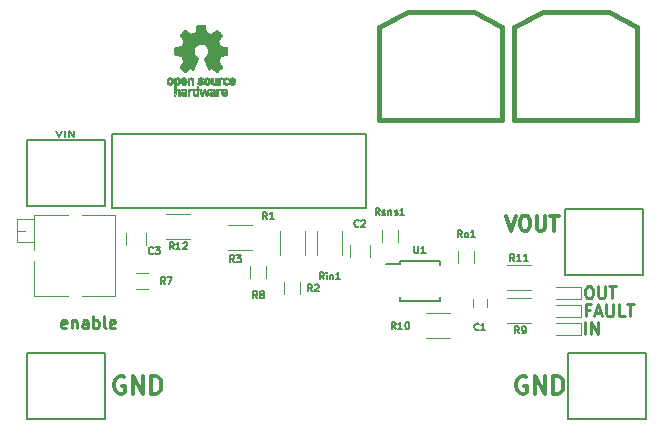
<source format=gbr>
%TF.GenerationSoftware,KiCad,Pcbnew,(2017-08-30 revision 50164e996)-master*%
%TF.CreationDate,2017-09-20T12:12:51+02:00*%
%TF.ProjectId,antispark,616E7469737061726B2E6B696361645F,rev?*%
%TF.SameCoordinates,Original*%
%TF.FileFunction,Legend,Top*%
%TF.FilePolarity,Positive*%
%FSLAX46Y46*%
G04 Gerber Fmt 4.6, Leading zero omitted, Abs format (unit mm)*
G04 Created by KiCad (PCBNEW (2017-08-30 revision 50164e996)-master) date Wed Sep 20 12:12:51 2017*
%MOMM*%
%LPD*%
G01*
G04 APERTURE LIST*
%ADD10C,0.250000*%
%ADD11C,0.254000*%
%ADD12C,0.300000*%
%ADD13C,0.127000*%
%ADD14C,0.010000*%
%ADD15C,0.150000*%
%ADD16C,0.381000*%
%ADD17C,0.120000*%
G04 APERTURE END LIST*
D10*
X141652857Y-96924761D02*
X141557619Y-96972380D01*
X141367142Y-96972380D01*
X141271904Y-96924761D01*
X141224285Y-96829523D01*
X141224285Y-96448571D01*
X141271904Y-96353333D01*
X141367142Y-96305714D01*
X141557619Y-96305714D01*
X141652857Y-96353333D01*
X141700476Y-96448571D01*
X141700476Y-96543809D01*
X141224285Y-96639047D01*
X142129047Y-96305714D02*
X142129047Y-96972380D01*
X142129047Y-96400952D02*
X142176666Y-96353333D01*
X142271904Y-96305714D01*
X142414761Y-96305714D01*
X142510000Y-96353333D01*
X142557619Y-96448571D01*
X142557619Y-96972380D01*
X143462380Y-96972380D02*
X143462380Y-96448571D01*
X143414761Y-96353333D01*
X143319523Y-96305714D01*
X143129047Y-96305714D01*
X143033809Y-96353333D01*
X143462380Y-96924761D02*
X143367142Y-96972380D01*
X143129047Y-96972380D01*
X143033809Y-96924761D01*
X142986190Y-96829523D01*
X142986190Y-96734285D01*
X143033809Y-96639047D01*
X143129047Y-96591428D01*
X143367142Y-96591428D01*
X143462380Y-96543809D01*
X143938571Y-96972380D02*
X143938571Y-95972380D01*
X143938571Y-96353333D02*
X144033809Y-96305714D01*
X144224285Y-96305714D01*
X144319523Y-96353333D01*
X144367142Y-96400952D01*
X144414761Y-96496190D01*
X144414761Y-96781904D01*
X144367142Y-96877142D01*
X144319523Y-96924761D01*
X144224285Y-96972380D01*
X144033809Y-96972380D01*
X143938571Y-96924761D01*
X144986190Y-96972380D02*
X144890952Y-96924761D01*
X144843333Y-96829523D01*
X144843333Y-95972380D01*
X145748095Y-96924761D02*
X145652857Y-96972380D01*
X145462380Y-96972380D01*
X145367142Y-96924761D01*
X145319523Y-96829523D01*
X145319523Y-96448571D01*
X145367142Y-96353333D01*
X145462380Y-96305714D01*
X145652857Y-96305714D01*
X145748095Y-96353333D01*
X145795714Y-96448571D01*
X145795714Y-96543809D01*
X145319523Y-96639047D01*
D11*
X185586309Y-97487619D02*
X185586309Y-96471619D01*
X186070119Y-97487619D02*
X186070119Y-96471619D01*
X186650690Y-97487619D01*
X186650690Y-96471619D01*
X185958238Y-95431428D02*
X185619571Y-95431428D01*
X185619571Y-95963619D02*
X185619571Y-94947619D01*
X186103380Y-94947619D01*
X186442047Y-95673333D02*
X186925857Y-95673333D01*
X186345285Y-95963619D02*
X186683952Y-94947619D01*
X187022619Y-95963619D01*
X187361285Y-94947619D02*
X187361285Y-95770095D01*
X187409666Y-95866857D01*
X187458047Y-95915238D01*
X187554809Y-95963619D01*
X187748333Y-95963619D01*
X187845095Y-95915238D01*
X187893476Y-95866857D01*
X187941857Y-95770095D01*
X187941857Y-94947619D01*
X188909476Y-95963619D02*
X188425666Y-95963619D01*
X188425666Y-94947619D01*
X189103000Y-94947619D02*
X189683571Y-94947619D01*
X189393285Y-95963619D02*
X189393285Y-94947619D01*
X185801000Y-93423619D02*
X185994523Y-93423619D01*
X186091285Y-93472000D01*
X186188047Y-93568761D01*
X186236428Y-93762285D01*
X186236428Y-94100952D01*
X186188047Y-94294476D01*
X186091285Y-94391238D01*
X185994523Y-94439619D01*
X185801000Y-94439619D01*
X185704238Y-94391238D01*
X185607476Y-94294476D01*
X185559095Y-94100952D01*
X185559095Y-93762285D01*
X185607476Y-93568761D01*
X185704238Y-93472000D01*
X185801000Y-93423619D01*
X186671857Y-93423619D02*
X186671857Y-94246095D01*
X186720238Y-94342857D01*
X186768619Y-94391238D01*
X186865380Y-94439619D01*
X187058904Y-94439619D01*
X187155666Y-94391238D01*
X187204047Y-94342857D01*
X187252428Y-94246095D01*
X187252428Y-93423619D01*
X187591095Y-93423619D02*
X188171666Y-93423619D01*
X187881380Y-94439619D02*
X187881380Y-93423619D01*
D12*
X180594142Y-101104000D02*
X180451285Y-101032571D01*
X180237000Y-101032571D01*
X180022714Y-101104000D01*
X179879857Y-101246857D01*
X179808428Y-101389714D01*
X179737000Y-101675428D01*
X179737000Y-101889714D01*
X179808428Y-102175428D01*
X179879857Y-102318285D01*
X180022714Y-102461142D01*
X180237000Y-102532571D01*
X180379857Y-102532571D01*
X180594142Y-102461142D01*
X180665571Y-102389714D01*
X180665571Y-101889714D01*
X180379857Y-101889714D01*
X181308428Y-102532571D02*
X181308428Y-101032571D01*
X182165571Y-102532571D01*
X182165571Y-101032571D01*
X182879857Y-102532571D02*
X182879857Y-101032571D01*
X183237000Y-101032571D01*
X183451285Y-101104000D01*
X183594142Y-101246857D01*
X183665571Y-101389714D01*
X183737000Y-101675428D01*
X183737000Y-101889714D01*
X183665571Y-102175428D01*
X183594142Y-102318285D01*
X183451285Y-102461142D01*
X183237000Y-102532571D01*
X182879857Y-102532571D01*
X178864380Y-87442523D02*
X179287714Y-88712523D01*
X179711047Y-87442523D01*
X180376285Y-87442523D02*
X180618190Y-87442523D01*
X180739142Y-87503000D01*
X180860095Y-87623952D01*
X180920571Y-87865857D01*
X180920571Y-88289190D01*
X180860095Y-88531095D01*
X180739142Y-88652047D01*
X180618190Y-88712523D01*
X180376285Y-88712523D01*
X180255333Y-88652047D01*
X180134380Y-88531095D01*
X180073904Y-88289190D01*
X180073904Y-87865857D01*
X180134380Y-87623952D01*
X180255333Y-87503000D01*
X180376285Y-87442523D01*
X181464857Y-87442523D02*
X181464857Y-88470619D01*
X181525333Y-88591571D01*
X181585809Y-88652047D01*
X181706761Y-88712523D01*
X181948666Y-88712523D01*
X182069619Y-88652047D01*
X182130095Y-88591571D01*
X182190571Y-88470619D01*
X182190571Y-87442523D01*
X182613904Y-87442523D02*
X183339619Y-87442523D01*
X182976761Y-88712523D02*
X182976761Y-87442523D01*
X146558142Y-101104000D02*
X146415285Y-101032571D01*
X146201000Y-101032571D01*
X145986714Y-101104000D01*
X145843857Y-101246857D01*
X145772428Y-101389714D01*
X145701000Y-101675428D01*
X145701000Y-101889714D01*
X145772428Y-102175428D01*
X145843857Y-102318285D01*
X145986714Y-102461142D01*
X146201000Y-102532571D01*
X146343857Y-102532571D01*
X146558142Y-102461142D01*
X146629571Y-102389714D01*
X146629571Y-101889714D01*
X146343857Y-101889714D01*
X147272428Y-102532571D02*
X147272428Y-101032571D01*
X148129571Y-102532571D01*
X148129571Y-101032571D01*
X148843857Y-102532571D02*
X148843857Y-101032571D01*
X149201000Y-101032571D01*
X149415285Y-101104000D01*
X149558142Y-101246857D01*
X149629571Y-101389714D01*
X149701000Y-101675428D01*
X149701000Y-101889714D01*
X149629571Y-102175428D01*
X149558142Y-102318285D01*
X149415285Y-102461142D01*
X149201000Y-102532571D01*
X148843857Y-102532571D01*
D13*
X140770428Y-80239809D02*
X141024428Y-80747809D01*
X141278428Y-80239809D01*
X141532428Y-80747809D02*
X141532428Y-80239809D01*
X141895285Y-80747809D02*
X141895285Y-80239809D01*
X142330714Y-80747809D01*
X142330714Y-80239809D01*
D14*
%TO.C,REF\002A\002A\002A*%
G36*
X153411964Y-71585018D02*
X153468812Y-71886570D01*
X153888338Y-72059512D01*
X154139984Y-71888395D01*
X154210458Y-71840750D01*
X154274163Y-71798210D01*
X154328126Y-71762715D01*
X154369373Y-71736210D01*
X154394934Y-71720636D01*
X154401895Y-71717278D01*
X154414435Y-71725914D01*
X154441231Y-71749792D01*
X154479280Y-71785859D01*
X154525579Y-71831067D01*
X154577123Y-71882364D01*
X154630909Y-71936701D01*
X154683935Y-71991028D01*
X154733195Y-72042295D01*
X154775687Y-72087451D01*
X154808407Y-72123446D01*
X154828351Y-72147230D01*
X154833119Y-72155190D01*
X154826257Y-72169865D01*
X154807020Y-72202014D01*
X154777430Y-72248492D01*
X154739510Y-72306156D01*
X154695282Y-72371860D01*
X154669654Y-72409336D01*
X154622941Y-72477768D01*
X154581432Y-72539520D01*
X154547140Y-72591519D01*
X154522080Y-72630692D01*
X154508264Y-72653965D01*
X154506188Y-72658855D01*
X154510895Y-72672755D01*
X154523723Y-72705150D01*
X154542738Y-72751485D01*
X154566003Y-72807206D01*
X154591584Y-72867758D01*
X154617545Y-72928586D01*
X154641950Y-72985136D01*
X154662863Y-73032852D01*
X154678349Y-73067181D01*
X154686472Y-73083568D01*
X154686952Y-73084212D01*
X154699707Y-73087341D01*
X154733677Y-73094321D01*
X154785340Y-73104467D01*
X154851176Y-73117092D01*
X154927664Y-73131509D01*
X154972290Y-73139823D01*
X155054021Y-73155384D01*
X155127843Y-73170192D01*
X155190021Y-73183436D01*
X155236822Y-73194305D01*
X155264509Y-73201989D01*
X155270074Y-73204427D01*
X155275526Y-73220930D01*
X155279924Y-73258200D01*
X155283272Y-73311880D01*
X155285574Y-73377612D01*
X155286832Y-73451037D01*
X155287048Y-73527796D01*
X155286227Y-73603532D01*
X155284371Y-73673886D01*
X155281482Y-73734500D01*
X155277565Y-73781016D01*
X155272622Y-73809075D01*
X155269657Y-73814916D01*
X155251934Y-73821917D01*
X155214381Y-73831927D01*
X155161964Y-73843769D01*
X155099652Y-73856267D01*
X155077900Y-73860310D01*
X154973024Y-73879520D01*
X154890180Y-73894991D01*
X154826630Y-73907337D01*
X154779637Y-73917173D01*
X154746463Y-73925114D01*
X154724371Y-73931776D01*
X154710624Y-73937773D01*
X154702484Y-73943719D01*
X154701345Y-73944894D01*
X154689977Y-73963826D01*
X154672635Y-74000669D01*
X154651050Y-74050913D01*
X154626954Y-74110046D01*
X154602079Y-74173556D01*
X154578157Y-74236932D01*
X154556919Y-74295662D01*
X154540097Y-74345235D01*
X154529422Y-74381139D01*
X154526627Y-74398862D01*
X154526860Y-74399483D01*
X154536331Y-74413970D01*
X154557818Y-74445844D01*
X154589063Y-74491789D01*
X154627807Y-74548485D01*
X154671793Y-74612617D01*
X154684319Y-74630842D01*
X154728984Y-74696914D01*
X154768288Y-74757200D01*
X154800088Y-74808235D01*
X154822245Y-74846560D01*
X154832617Y-74868711D01*
X154833119Y-74871432D01*
X154824405Y-74885736D01*
X154800325Y-74914072D01*
X154763976Y-74953396D01*
X154718453Y-75000661D01*
X154666852Y-75052823D01*
X154612267Y-75106835D01*
X154557794Y-75159653D01*
X154506529Y-75208231D01*
X154461567Y-75249523D01*
X154426004Y-75280485D01*
X154402935Y-75298070D01*
X154396554Y-75300941D01*
X154381699Y-75294178D01*
X154351286Y-75275939D01*
X154310268Y-75249297D01*
X154278709Y-75227852D01*
X154221525Y-75188503D01*
X154153806Y-75142171D01*
X154085880Y-75095913D01*
X154049361Y-75071155D01*
X153925752Y-74987547D01*
X153821991Y-75043650D01*
X153774720Y-75068228D01*
X153734523Y-75087331D01*
X153707326Y-75098227D01*
X153700402Y-75099743D01*
X153692077Y-75088549D01*
X153675654Y-75056917D01*
X153652357Y-75007765D01*
X153623414Y-74944010D01*
X153590050Y-74868571D01*
X153553491Y-74784364D01*
X153514964Y-74694308D01*
X153475694Y-74601321D01*
X153436908Y-74508320D01*
X153399830Y-74418223D01*
X153365689Y-74333948D01*
X153335708Y-74258413D01*
X153311116Y-74194534D01*
X153293136Y-74145231D01*
X153282997Y-74113421D01*
X153281366Y-74102496D01*
X153294291Y-74088561D01*
X153322589Y-74065940D01*
X153360346Y-74039333D01*
X153363515Y-74037228D01*
X153461100Y-73959114D01*
X153539786Y-73867982D01*
X153598891Y-73766745D01*
X153637732Y-73658318D01*
X153655628Y-73545614D01*
X153651897Y-73431548D01*
X153625857Y-73319034D01*
X153576825Y-73210985D01*
X153562400Y-73187345D01*
X153487369Y-73091887D01*
X153398730Y-73015232D01*
X153299549Y-72957780D01*
X153192895Y-72919929D01*
X153081836Y-72902078D01*
X152969439Y-72904625D01*
X152858773Y-72927970D01*
X152752906Y-72972510D01*
X152654905Y-73038645D01*
X152624590Y-73065487D01*
X152547438Y-73149512D01*
X152491218Y-73237966D01*
X152452653Y-73337115D01*
X152431174Y-73435303D01*
X152425872Y-73545697D01*
X152443552Y-73656640D01*
X152482419Y-73764381D01*
X152540677Y-73865169D01*
X152616531Y-73955256D01*
X152708183Y-74030892D01*
X152720228Y-74038864D01*
X152758389Y-74064974D01*
X152787399Y-74087595D01*
X152801268Y-74102039D01*
X152801469Y-74102496D01*
X152798492Y-74118121D01*
X152786689Y-74153582D01*
X152767286Y-74205962D01*
X152741512Y-74272345D01*
X152710591Y-74349814D01*
X152675751Y-74435450D01*
X152638217Y-74526337D01*
X152599217Y-74619559D01*
X152559977Y-74712197D01*
X152521724Y-74801335D01*
X152485683Y-74884055D01*
X152453083Y-74957441D01*
X152425148Y-75018575D01*
X152403105Y-75064541D01*
X152388182Y-75092421D01*
X152382172Y-75099743D01*
X152363809Y-75094041D01*
X152329448Y-75078749D01*
X152285016Y-75056599D01*
X152260583Y-75043650D01*
X152156822Y-74987547D01*
X152033213Y-75071155D01*
X151970114Y-75113987D01*
X151901030Y-75161122D01*
X151836293Y-75205503D01*
X151803866Y-75227852D01*
X151758259Y-75258477D01*
X151719640Y-75282747D01*
X151693048Y-75297587D01*
X151684410Y-75300724D01*
X151671839Y-75292261D01*
X151644016Y-75268636D01*
X151603639Y-75232302D01*
X151553405Y-75185711D01*
X151496012Y-75131317D01*
X151459714Y-75096392D01*
X151396210Y-75033996D01*
X151341327Y-74978188D01*
X151297286Y-74931354D01*
X151266305Y-74895882D01*
X151250602Y-74874161D01*
X151249095Y-74869752D01*
X151256086Y-74852985D01*
X151275406Y-74819082D01*
X151304909Y-74771476D01*
X151342455Y-74713599D01*
X151385900Y-74648884D01*
X151398255Y-74630842D01*
X151443273Y-74565267D01*
X151483660Y-74506228D01*
X151517160Y-74457042D01*
X151541514Y-74421028D01*
X151554464Y-74401502D01*
X151555715Y-74399483D01*
X151553844Y-74383922D01*
X151543913Y-74349709D01*
X151527653Y-74301355D01*
X151506795Y-74243371D01*
X151483073Y-74180270D01*
X151458216Y-74116563D01*
X151433958Y-74056761D01*
X151412029Y-74005376D01*
X151394162Y-73966919D01*
X151382087Y-73945902D01*
X151381229Y-73944894D01*
X151373846Y-73938888D01*
X151361375Y-73932948D01*
X151341080Y-73926460D01*
X151310222Y-73918809D01*
X151266066Y-73909380D01*
X151205874Y-73897559D01*
X151126907Y-73882729D01*
X151026430Y-73864277D01*
X151004675Y-73860310D01*
X150940198Y-73847853D01*
X150883989Y-73835666D01*
X150841013Y-73824926D01*
X150816240Y-73816809D01*
X150812918Y-73814916D01*
X150807444Y-73798138D01*
X150802994Y-73760645D01*
X150799572Y-73706794D01*
X150797181Y-73640944D01*
X150795823Y-73567453D01*
X150795501Y-73490680D01*
X150796219Y-73414983D01*
X150797979Y-73344720D01*
X150800784Y-73284250D01*
X150804638Y-73237930D01*
X150809543Y-73210119D01*
X150812500Y-73204427D01*
X150828963Y-73198686D01*
X150866449Y-73189345D01*
X150921225Y-73177215D01*
X150989555Y-73163107D01*
X151067706Y-73147830D01*
X151110284Y-73139823D01*
X151191071Y-73124721D01*
X151263113Y-73111040D01*
X151322889Y-73099467D01*
X151366879Y-73090687D01*
X151391561Y-73085387D01*
X151395623Y-73084212D01*
X151402489Y-73070965D01*
X151417002Y-73039057D01*
X151437229Y-72993047D01*
X151461234Y-72937492D01*
X151487082Y-72876953D01*
X151512840Y-72815986D01*
X151536573Y-72759151D01*
X151556346Y-72711006D01*
X151570224Y-72676110D01*
X151576274Y-72659021D01*
X151576386Y-72658274D01*
X151569528Y-72644793D01*
X151550302Y-72613770D01*
X151520728Y-72568289D01*
X151482827Y-72511432D01*
X151438620Y-72446283D01*
X151412921Y-72408862D01*
X151366093Y-72340247D01*
X151324501Y-72277952D01*
X151290175Y-72225129D01*
X151265143Y-72184927D01*
X151251435Y-72160500D01*
X151249456Y-72155024D01*
X151257966Y-72142278D01*
X151281493Y-72115063D01*
X151317032Y-72076428D01*
X151361577Y-72029423D01*
X151412123Y-71977095D01*
X151465664Y-71922495D01*
X151519195Y-71868670D01*
X151569711Y-71818670D01*
X151614206Y-71775543D01*
X151649675Y-71742339D01*
X151673113Y-71722106D01*
X151680954Y-71717278D01*
X151693720Y-71724067D01*
X151724256Y-71743142D01*
X151769590Y-71772561D01*
X151826756Y-71810381D01*
X151892784Y-71854661D01*
X151942590Y-71888395D01*
X152194236Y-72059512D01*
X152403999Y-71973041D01*
X152613763Y-71886570D01*
X152670611Y-71585018D01*
X152727460Y-71283466D01*
X153355115Y-71283466D01*
X153411964Y-71585018D01*
X153411964Y-71585018D01*
G37*
X153411964Y-71585018D02*
X153468812Y-71886570D01*
X153888338Y-72059512D01*
X154139984Y-71888395D01*
X154210458Y-71840750D01*
X154274163Y-71798210D01*
X154328126Y-71762715D01*
X154369373Y-71736210D01*
X154394934Y-71720636D01*
X154401895Y-71717278D01*
X154414435Y-71725914D01*
X154441231Y-71749792D01*
X154479280Y-71785859D01*
X154525579Y-71831067D01*
X154577123Y-71882364D01*
X154630909Y-71936701D01*
X154683935Y-71991028D01*
X154733195Y-72042295D01*
X154775687Y-72087451D01*
X154808407Y-72123446D01*
X154828351Y-72147230D01*
X154833119Y-72155190D01*
X154826257Y-72169865D01*
X154807020Y-72202014D01*
X154777430Y-72248492D01*
X154739510Y-72306156D01*
X154695282Y-72371860D01*
X154669654Y-72409336D01*
X154622941Y-72477768D01*
X154581432Y-72539520D01*
X154547140Y-72591519D01*
X154522080Y-72630692D01*
X154508264Y-72653965D01*
X154506188Y-72658855D01*
X154510895Y-72672755D01*
X154523723Y-72705150D01*
X154542738Y-72751485D01*
X154566003Y-72807206D01*
X154591584Y-72867758D01*
X154617545Y-72928586D01*
X154641950Y-72985136D01*
X154662863Y-73032852D01*
X154678349Y-73067181D01*
X154686472Y-73083568D01*
X154686952Y-73084212D01*
X154699707Y-73087341D01*
X154733677Y-73094321D01*
X154785340Y-73104467D01*
X154851176Y-73117092D01*
X154927664Y-73131509D01*
X154972290Y-73139823D01*
X155054021Y-73155384D01*
X155127843Y-73170192D01*
X155190021Y-73183436D01*
X155236822Y-73194305D01*
X155264509Y-73201989D01*
X155270074Y-73204427D01*
X155275526Y-73220930D01*
X155279924Y-73258200D01*
X155283272Y-73311880D01*
X155285574Y-73377612D01*
X155286832Y-73451037D01*
X155287048Y-73527796D01*
X155286227Y-73603532D01*
X155284371Y-73673886D01*
X155281482Y-73734500D01*
X155277565Y-73781016D01*
X155272622Y-73809075D01*
X155269657Y-73814916D01*
X155251934Y-73821917D01*
X155214381Y-73831927D01*
X155161964Y-73843769D01*
X155099652Y-73856267D01*
X155077900Y-73860310D01*
X154973024Y-73879520D01*
X154890180Y-73894991D01*
X154826630Y-73907337D01*
X154779637Y-73917173D01*
X154746463Y-73925114D01*
X154724371Y-73931776D01*
X154710624Y-73937773D01*
X154702484Y-73943719D01*
X154701345Y-73944894D01*
X154689977Y-73963826D01*
X154672635Y-74000669D01*
X154651050Y-74050913D01*
X154626954Y-74110046D01*
X154602079Y-74173556D01*
X154578157Y-74236932D01*
X154556919Y-74295662D01*
X154540097Y-74345235D01*
X154529422Y-74381139D01*
X154526627Y-74398862D01*
X154526860Y-74399483D01*
X154536331Y-74413970D01*
X154557818Y-74445844D01*
X154589063Y-74491789D01*
X154627807Y-74548485D01*
X154671793Y-74612617D01*
X154684319Y-74630842D01*
X154728984Y-74696914D01*
X154768288Y-74757200D01*
X154800088Y-74808235D01*
X154822245Y-74846560D01*
X154832617Y-74868711D01*
X154833119Y-74871432D01*
X154824405Y-74885736D01*
X154800325Y-74914072D01*
X154763976Y-74953396D01*
X154718453Y-75000661D01*
X154666852Y-75052823D01*
X154612267Y-75106835D01*
X154557794Y-75159653D01*
X154506529Y-75208231D01*
X154461567Y-75249523D01*
X154426004Y-75280485D01*
X154402935Y-75298070D01*
X154396554Y-75300941D01*
X154381699Y-75294178D01*
X154351286Y-75275939D01*
X154310268Y-75249297D01*
X154278709Y-75227852D01*
X154221525Y-75188503D01*
X154153806Y-75142171D01*
X154085880Y-75095913D01*
X154049361Y-75071155D01*
X153925752Y-74987547D01*
X153821991Y-75043650D01*
X153774720Y-75068228D01*
X153734523Y-75087331D01*
X153707326Y-75098227D01*
X153700402Y-75099743D01*
X153692077Y-75088549D01*
X153675654Y-75056917D01*
X153652357Y-75007765D01*
X153623414Y-74944010D01*
X153590050Y-74868571D01*
X153553491Y-74784364D01*
X153514964Y-74694308D01*
X153475694Y-74601321D01*
X153436908Y-74508320D01*
X153399830Y-74418223D01*
X153365689Y-74333948D01*
X153335708Y-74258413D01*
X153311116Y-74194534D01*
X153293136Y-74145231D01*
X153282997Y-74113421D01*
X153281366Y-74102496D01*
X153294291Y-74088561D01*
X153322589Y-74065940D01*
X153360346Y-74039333D01*
X153363515Y-74037228D01*
X153461100Y-73959114D01*
X153539786Y-73867982D01*
X153598891Y-73766745D01*
X153637732Y-73658318D01*
X153655628Y-73545614D01*
X153651897Y-73431548D01*
X153625857Y-73319034D01*
X153576825Y-73210985D01*
X153562400Y-73187345D01*
X153487369Y-73091887D01*
X153398730Y-73015232D01*
X153299549Y-72957780D01*
X153192895Y-72919929D01*
X153081836Y-72902078D01*
X152969439Y-72904625D01*
X152858773Y-72927970D01*
X152752906Y-72972510D01*
X152654905Y-73038645D01*
X152624590Y-73065487D01*
X152547438Y-73149512D01*
X152491218Y-73237966D01*
X152452653Y-73337115D01*
X152431174Y-73435303D01*
X152425872Y-73545697D01*
X152443552Y-73656640D01*
X152482419Y-73764381D01*
X152540677Y-73865169D01*
X152616531Y-73955256D01*
X152708183Y-74030892D01*
X152720228Y-74038864D01*
X152758389Y-74064974D01*
X152787399Y-74087595D01*
X152801268Y-74102039D01*
X152801469Y-74102496D01*
X152798492Y-74118121D01*
X152786689Y-74153582D01*
X152767286Y-74205962D01*
X152741512Y-74272345D01*
X152710591Y-74349814D01*
X152675751Y-74435450D01*
X152638217Y-74526337D01*
X152599217Y-74619559D01*
X152559977Y-74712197D01*
X152521724Y-74801335D01*
X152485683Y-74884055D01*
X152453083Y-74957441D01*
X152425148Y-75018575D01*
X152403105Y-75064541D01*
X152388182Y-75092421D01*
X152382172Y-75099743D01*
X152363809Y-75094041D01*
X152329448Y-75078749D01*
X152285016Y-75056599D01*
X152260583Y-75043650D01*
X152156822Y-74987547D01*
X152033213Y-75071155D01*
X151970114Y-75113987D01*
X151901030Y-75161122D01*
X151836293Y-75205503D01*
X151803866Y-75227852D01*
X151758259Y-75258477D01*
X151719640Y-75282747D01*
X151693048Y-75297587D01*
X151684410Y-75300724D01*
X151671839Y-75292261D01*
X151644016Y-75268636D01*
X151603639Y-75232302D01*
X151553405Y-75185711D01*
X151496012Y-75131317D01*
X151459714Y-75096392D01*
X151396210Y-75033996D01*
X151341327Y-74978188D01*
X151297286Y-74931354D01*
X151266305Y-74895882D01*
X151250602Y-74874161D01*
X151249095Y-74869752D01*
X151256086Y-74852985D01*
X151275406Y-74819082D01*
X151304909Y-74771476D01*
X151342455Y-74713599D01*
X151385900Y-74648884D01*
X151398255Y-74630842D01*
X151443273Y-74565267D01*
X151483660Y-74506228D01*
X151517160Y-74457042D01*
X151541514Y-74421028D01*
X151554464Y-74401502D01*
X151555715Y-74399483D01*
X151553844Y-74383922D01*
X151543913Y-74349709D01*
X151527653Y-74301355D01*
X151506795Y-74243371D01*
X151483073Y-74180270D01*
X151458216Y-74116563D01*
X151433958Y-74056761D01*
X151412029Y-74005376D01*
X151394162Y-73966919D01*
X151382087Y-73945902D01*
X151381229Y-73944894D01*
X151373846Y-73938888D01*
X151361375Y-73932948D01*
X151341080Y-73926460D01*
X151310222Y-73918809D01*
X151266066Y-73909380D01*
X151205874Y-73897559D01*
X151126907Y-73882729D01*
X151026430Y-73864277D01*
X151004675Y-73860310D01*
X150940198Y-73847853D01*
X150883989Y-73835666D01*
X150841013Y-73824926D01*
X150816240Y-73816809D01*
X150812918Y-73814916D01*
X150807444Y-73798138D01*
X150802994Y-73760645D01*
X150799572Y-73706794D01*
X150797181Y-73640944D01*
X150795823Y-73567453D01*
X150795501Y-73490680D01*
X150796219Y-73414983D01*
X150797979Y-73344720D01*
X150800784Y-73284250D01*
X150804638Y-73237930D01*
X150809543Y-73210119D01*
X150812500Y-73204427D01*
X150828963Y-73198686D01*
X150866449Y-73189345D01*
X150921225Y-73177215D01*
X150989555Y-73163107D01*
X151067706Y-73147830D01*
X151110284Y-73139823D01*
X151191071Y-73124721D01*
X151263113Y-73111040D01*
X151322889Y-73099467D01*
X151366879Y-73090687D01*
X151391561Y-73085387D01*
X151395623Y-73084212D01*
X151402489Y-73070965D01*
X151417002Y-73039057D01*
X151437229Y-72993047D01*
X151461234Y-72937492D01*
X151487082Y-72876953D01*
X151512840Y-72815986D01*
X151536573Y-72759151D01*
X151556346Y-72711006D01*
X151570224Y-72676110D01*
X151576274Y-72659021D01*
X151576386Y-72658274D01*
X151569528Y-72644793D01*
X151550302Y-72613770D01*
X151520728Y-72568289D01*
X151482827Y-72511432D01*
X151438620Y-72446283D01*
X151412921Y-72408862D01*
X151366093Y-72340247D01*
X151324501Y-72277952D01*
X151290175Y-72225129D01*
X151265143Y-72184927D01*
X151251435Y-72160500D01*
X151249456Y-72155024D01*
X151257966Y-72142278D01*
X151281493Y-72115063D01*
X151317032Y-72076428D01*
X151361577Y-72029423D01*
X151412123Y-71977095D01*
X151465664Y-71922495D01*
X151519195Y-71868670D01*
X151569711Y-71818670D01*
X151614206Y-71775543D01*
X151649675Y-71742339D01*
X151673113Y-71722106D01*
X151680954Y-71717278D01*
X151693720Y-71724067D01*
X151724256Y-71743142D01*
X151769590Y-71772561D01*
X151826756Y-71810381D01*
X151892784Y-71854661D01*
X151942590Y-71888395D01*
X152194236Y-72059512D01*
X152403999Y-71973041D01*
X152613763Y-71886570D01*
X152670611Y-71585018D01*
X152727460Y-71283466D01*
X153355115Y-71283466D01*
X153411964Y-71585018D01*
G36*
X154834460Y-75753030D02*
X154877711Y-75766245D01*
X154905558Y-75782941D01*
X154914629Y-75796145D01*
X154912132Y-75811797D01*
X154895931Y-75836385D01*
X154882232Y-75853800D01*
X154853992Y-75885283D01*
X154832775Y-75898529D01*
X154814688Y-75897664D01*
X154761035Y-75884010D01*
X154721630Y-75884630D01*
X154689632Y-75900104D01*
X154678890Y-75909161D01*
X154644505Y-75941027D01*
X154644505Y-76357179D01*
X154506188Y-76357179D01*
X154506188Y-75753614D01*
X154575347Y-75753614D01*
X154616869Y-75755256D01*
X154638291Y-75761087D01*
X154644502Y-75772461D01*
X154644505Y-75772798D01*
X154647439Y-75784713D01*
X154660704Y-75783159D01*
X154679084Y-75774563D01*
X154717046Y-75758568D01*
X154747872Y-75748945D01*
X154787536Y-75746478D01*
X154834460Y-75753030D01*
X154834460Y-75753030D01*
G37*
X154834460Y-75753030D02*
X154877711Y-75766245D01*
X154905558Y-75782941D01*
X154914629Y-75796145D01*
X154912132Y-75811797D01*
X154895931Y-75836385D01*
X154882232Y-75853800D01*
X154853992Y-75885283D01*
X154832775Y-75898529D01*
X154814688Y-75897664D01*
X154761035Y-75884010D01*
X154721630Y-75884630D01*
X154689632Y-75900104D01*
X154678890Y-75909161D01*
X154644505Y-75941027D01*
X154644505Y-76357179D01*
X154506188Y-76357179D01*
X154506188Y-75753614D01*
X154575347Y-75753614D01*
X154616869Y-75755256D01*
X154638291Y-75761087D01*
X154644502Y-75772461D01*
X154644505Y-75772798D01*
X154647439Y-75784713D01*
X154660704Y-75783159D01*
X154679084Y-75774563D01*
X154717046Y-75758568D01*
X154747872Y-75748945D01*
X154787536Y-75746478D01*
X154834460Y-75753030D01*
G36*
X152280988Y-75764002D02*
X152312283Y-75778950D01*
X152342591Y-75800541D01*
X152365682Y-75825391D01*
X152382500Y-75857087D01*
X152393994Y-75899214D01*
X152401109Y-75955358D01*
X152404793Y-76029106D01*
X152405992Y-76124044D01*
X152406011Y-76133985D01*
X152406287Y-76357179D01*
X152267970Y-76357179D01*
X152267970Y-76151418D01*
X152267872Y-76075189D01*
X152267191Y-76019939D01*
X152265349Y-75981501D01*
X152261767Y-75955706D01*
X152255868Y-75938384D01*
X152247073Y-75925368D01*
X152234820Y-75912507D01*
X152191953Y-75884873D01*
X152145157Y-75879745D01*
X152100576Y-75897217D01*
X152085072Y-75910221D01*
X152073690Y-75922447D01*
X152065519Y-75935540D01*
X152060026Y-75953615D01*
X152056680Y-75980787D01*
X152054949Y-76021170D01*
X152054303Y-76078879D01*
X152054208Y-76149132D01*
X152054208Y-76357179D01*
X151915891Y-76357179D01*
X151915891Y-75753614D01*
X151985050Y-75753614D01*
X152026572Y-75755256D01*
X152047994Y-75761087D01*
X152054205Y-75772461D01*
X152054208Y-75772798D01*
X152057090Y-75783938D01*
X152069801Y-75782674D01*
X152095074Y-75770434D01*
X152152395Y-75752424D01*
X152217963Y-75750421D01*
X152280988Y-75764002D01*
X152280988Y-75764002D01*
G37*
X152280988Y-75764002D02*
X152312283Y-75778950D01*
X152342591Y-75800541D01*
X152365682Y-75825391D01*
X152382500Y-75857087D01*
X152393994Y-75899214D01*
X152401109Y-75955358D01*
X152404793Y-76029106D01*
X152405992Y-76124044D01*
X152406011Y-76133985D01*
X152406287Y-76357179D01*
X152267970Y-76357179D01*
X152267970Y-76151418D01*
X152267872Y-76075189D01*
X152267191Y-76019939D01*
X152265349Y-75981501D01*
X152261767Y-75955706D01*
X152255868Y-75938384D01*
X152247073Y-75925368D01*
X152234820Y-75912507D01*
X152191953Y-75884873D01*
X152145157Y-75879745D01*
X152100576Y-75897217D01*
X152085072Y-75910221D01*
X152073690Y-75922447D01*
X152065519Y-75935540D01*
X152060026Y-75953615D01*
X152056680Y-75980787D01*
X152054949Y-76021170D01*
X152054303Y-76078879D01*
X152054208Y-76149132D01*
X152054208Y-76357179D01*
X151915891Y-76357179D01*
X151915891Y-75753614D01*
X151985050Y-75753614D01*
X152026572Y-75755256D01*
X152047994Y-75761087D01*
X152054205Y-75772461D01*
X152054208Y-75772798D01*
X152057090Y-75783938D01*
X152069801Y-75782674D01*
X152095074Y-75770434D01*
X152152395Y-75752424D01*
X152217963Y-75750421D01*
X152280988Y-75764002D01*
G36*
X155712898Y-75751457D02*
X155745096Y-75759279D01*
X155806825Y-75787921D01*
X155859610Y-75831667D01*
X155896141Y-75884117D01*
X155901160Y-75895893D01*
X155908045Y-75926740D01*
X155912864Y-75972371D01*
X155914505Y-76018492D01*
X155914505Y-76105693D01*
X155732178Y-76105693D01*
X155656979Y-76105978D01*
X155604003Y-76107704D01*
X155570325Y-76112181D01*
X155553020Y-76120720D01*
X155549163Y-76134630D01*
X155555829Y-76155222D01*
X155567770Y-76179315D01*
X155601080Y-76219525D01*
X155647368Y-76239558D01*
X155703944Y-76238905D01*
X155768031Y-76217101D01*
X155823417Y-76190193D01*
X155869375Y-76226532D01*
X155915333Y-76262872D01*
X155872096Y-76302819D01*
X155814374Y-76340563D01*
X155743386Y-76363320D01*
X155667029Y-76369688D01*
X155593199Y-76358268D01*
X155581287Y-76354393D01*
X155516399Y-76320506D01*
X155468130Y-76269986D01*
X155435465Y-76201325D01*
X155417385Y-76113014D01*
X155417175Y-76111121D01*
X155415556Y-76014878D01*
X155422100Y-75980542D01*
X155549852Y-75980542D01*
X155561584Y-75985822D01*
X155593438Y-75989867D01*
X155640397Y-75992176D01*
X155670154Y-75992525D01*
X155725648Y-75992306D01*
X155760346Y-75990916D01*
X155778601Y-75987251D01*
X155784766Y-75980210D01*
X155783195Y-75968690D01*
X155781878Y-75964233D01*
X155759382Y-75922355D01*
X155724003Y-75888604D01*
X155692780Y-75873773D01*
X155651301Y-75874668D01*
X155609269Y-75893164D01*
X155574012Y-75923786D01*
X155552854Y-75961062D01*
X155549852Y-75980542D01*
X155422100Y-75980542D01*
X155431690Y-75930229D01*
X155463698Y-75859191D01*
X155509701Y-75803779D01*
X155567821Y-75766009D01*
X155636180Y-75747896D01*
X155712898Y-75751457D01*
X155712898Y-75751457D01*
G37*
X155712898Y-75751457D02*
X155745096Y-75759279D01*
X155806825Y-75787921D01*
X155859610Y-75831667D01*
X155896141Y-75884117D01*
X155901160Y-75895893D01*
X155908045Y-75926740D01*
X155912864Y-75972371D01*
X155914505Y-76018492D01*
X155914505Y-76105693D01*
X155732178Y-76105693D01*
X155656979Y-76105978D01*
X155604003Y-76107704D01*
X155570325Y-76112181D01*
X155553020Y-76120720D01*
X155549163Y-76134630D01*
X155555829Y-76155222D01*
X155567770Y-76179315D01*
X155601080Y-76219525D01*
X155647368Y-76239558D01*
X155703944Y-76238905D01*
X155768031Y-76217101D01*
X155823417Y-76190193D01*
X155869375Y-76226532D01*
X155915333Y-76262872D01*
X155872096Y-76302819D01*
X155814374Y-76340563D01*
X155743386Y-76363320D01*
X155667029Y-76369688D01*
X155593199Y-76358268D01*
X155581287Y-76354393D01*
X155516399Y-76320506D01*
X155468130Y-76269986D01*
X155435465Y-76201325D01*
X155417385Y-76113014D01*
X155417175Y-76111121D01*
X155415556Y-76014878D01*
X155422100Y-75980542D01*
X155549852Y-75980542D01*
X155561584Y-75985822D01*
X155593438Y-75989867D01*
X155640397Y-75992176D01*
X155670154Y-75992525D01*
X155725648Y-75992306D01*
X155760346Y-75990916D01*
X155778601Y-75987251D01*
X155784766Y-75980210D01*
X155783195Y-75968690D01*
X155781878Y-75964233D01*
X155759382Y-75922355D01*
X155724003Y-75888604D01*
X155692780Y-75873773D01*
X155651301Y-75874668D01*
X155609269Y-75893164D01*
X155574012Y-75923786D01*
X155552854Y-75961062D01*
X155549852Y-75980542D01*
X155422100Y-75980542D01*
X155431690Y-75930229D01*
X155463698Y-75859191D01*
X155509701Y-75803779D01*
X155567821Y-75766009D01*
X155636180Y-75747896D01*
X155712898Y-75751457D01*
G36*
X155252226Y-75758880D02*
X155325080Y-75789830D01*
X155348027Y-75804895D01*
X155377354Y-75828048D01*
X155395764Y-75846253D01*
X155398961Y-75852183D01*
X155389935Y-75865340D01*
X155366837Y-75887667D01*
X155348344Y-75903250D01*
X155297728Y-75943926D01*
X155257760Y-75910295D01*
X155226874Y-75888584D01*
X155196759Y-75881090D01*
X155162292Y-75882920D01*
X155107561Y-75896528D01*
X155069886Y-75924772D01*
X155046991Y-75970433D01*
X155036597Y-76036289D01*
X155036595Y-76036331D01*
X155037494Y-76109939D01*
X155051463Y-76163946D01*
X155079328Y-76200716D01*
X155098325Y-76213168D01*
X155148776Y-76228673D01*
X155202663Y-76228683D01*
X155249546Y-76213638D01*
X155260644Y-76206287D01*
X155288476Y-76187511D01*
X155310236Y-76184434D01*
X155333704Y-76198409D01*
X155359649Y-76223510D01*
X155400716Y-76265880D01*
X155355121Y-76303464D01*
X155284674Y-76345882D01*
X155205233Y-76366785D01*
X155122215Y-76365272D01*
X155067694Y-76351411D01*
X155003970Y-76317135D01*
X154953005Y-76263212D01*
X154929851Y-76225149D01*
X154911099Y-76170536D01*
X154901715Y-76101369D01*
X154901643Y-76026407D01*
X154910824Y-75954409D01*
X154929199Y-75894137D01*
X154932093Y-75887958D01*
X154974952Y-75827351D01*
X155032979Y-75783224D01*
X155101591Y-75756493D01*
X155176201Y-75748073D01*
X155252226Y-75758880D01*
X155252226Y-75758880D01*
G37*
X155252226Y-75758880D02*
X155325080Y-75789830D01*
X155348027Y-75804895D01*
X155377354Y-75828048D01*
X155395764Y-75846253D01*
X155398961Y-75852183D01*
X155389935Y-75865340D01*
X155366837Y-75887667D01*
X155348344Y-75903250D01*
X155297728Y-75943926D01*
X155257760Y-75910295D01*
X155226874Y-75888584D01*
X155196759Y-75881090D01*
X155162292Y-75882920D01*
X155107561Y-75896528D01*
X155069886Y-75924772D01*
X155046991Y-75970433D01*
X155036597Y-76036289D01*
X155036595Y-76036331D01*
X155037494Y-76109939D01*
X155051463Y-76163946D01*
X155079328Y-76200716D01*
X155098325Y-76213168D01*
X155148776Y-76228673D01*
X155202663Y-76228683D01*
X155249546Y-76213638D01*
X155260644Y-76206287D01*
X155288476Y-76187511D01*
X155310236Y-76184434D01*
X155333704Y-76198409D01*
X155359649Y-76223510D01*
X155400716Y-76265880D01*
X155355121Y-76303464D01*
X155284674Y-76345882D01*
X155205233Y-76366785D01*
X155122215Y-76365272D01*
X155067694Y-76351411D01*
X155003970Y-76317135D01*
X154953005Y-76263212D01*
X154929851Y-76225149D01*
X154911099Y-76170536D01*
X154901715Y-76101369D01*
X154901643Y-76026407D01*
X154910824Y-75954409D01*
X154929199Y-75894137D01*
X154932093Y-75887958D01*
X154974952Y-75827351D01*
X155032979Y-75783224D01*
X155101591Y-75756493D01*
X155176201Y-75748073D01*
X155252226Y-75758880D01*
G36*
X154028367Y-75949342D02*
X154029555Y-76041563D01*
X154033897Y-76111610D01*
X154042558Y-76162381D01*
X154056704Y-76196772D01*
X154077500Y-76217679D01*
X154106110Y-76228000D01*
X154141535Y-76230636D01*
X154178636Y-76227682D01*
X154206818Y-76216889D01*
X154227243Y-76195360D01*
X154241079Y-76160199D01*
X154249491Y-76108510D01*
X154253643Y-76037394D01*
X154254703Y-75949342D01*
X154254703Y-75753614D01*
X154393020Y-75753614D01*
X154393020Y-76357179D01*
X154323862Y-76357179D01*
X154282170Y-76355489D01*
X154260701Y-76349556D01*
X154254703Y-76338293D01*
X154251091Y-76328261D01*
X154236714Y-76330383D01*
X154207736Y-76344580D01*
X154141319Y-76366480D01*
X154070875Y-76364928D01*
X154003377Y-76341147D01*
X153971233Y-76322362D01*
X153946715Y-76302022D01*
X153928804Y-76276573D01*
X153916479Y-76242458D01*
X153908723Y-76196121D01*
X153904516Y-76134007D01*
X153902840Y-76052561D01*
X153902624Y-75989578D01*
X153902624Y-75753614D01*
X154028367Y-75753614D01*
X154028367Y-75949342D01*
X154028367Y-75949342D01*
G37*
X154028367Y-75949342D02*
X154029555Y-76041563D01*
X154033897Y-76111610D01*
X154042558Y-76162381D01*
X154056704Y-76196772D01*
X154077500Y-76217679D01*
X154106110Y-76228000D01*
X154141535Y-76230636D01*
X154178636Y-76227682D01*
X154206818Y-76216889D01*
X154227243Y-76195360D01*
X154241079Y-76160199D01*
X154249491Y-76108510D01*
X154253643Y-76037394D01*
X154254703Y-75949342D01*
X154254703Y-75753614D01*
X154393020Y-75753614D01*
X154393020Y-76357179D01*
X154323862Y-76357179D01*
X154282170Y-76355489D01*
X154260701Y-76349556D01*
X154254703Y-76338293D01*
X154251091Y-76328261D01*
X154236714Y-76330383D01*
X154207736Y-76344580D01*
X154141319Y-76366480D01*
X154070875Y-76364928D01*
X154003377Y-76341147D01*
X153971233Y-76322362D01*
X153946715Y-76302022D01*
X153928804Y-76276573D01*
X153916479Y-76242458D01*
X153908723Y-76196121D01*
X153904516Y-76134007D01*
X153902840Y-76052561D01*
X153902624Y-75989578D01*
X153902624Y-75753614D01*
X154028367Y-75753614D01*
X154028367Y-75949342D01*
G36*
X153645762Y-75761055D02*
X153709363Y-75795692D01*
X153759123Y-75850372D01*
X153782568Y-75894842D01*
X153792634Y-75934121D01*
X153799156Y-75990116D01*
X153801951Y-76054621D01*
X153800836Y-76119429D01*
X153795626Y-76176334D01*
X153789541Y-76206727D01*
X153769014Y-76248306D01*
X153733463Y-76292468D01*
X153690619Y-76331087D01*
X153648211Y-76356034D01*
X153647177Y-76356430D01*
X153594553Y-76367331D01*
X153532188Y-76367601D01*
X153472924Y-76357676D01*
X153450040Y-76349722D01*
X153391102Y-76316300D01*
X153348890Y-76272511D01*
X153321156Y-76214538D01*
X153305651Y-76138565D01*
X153302143Y-76098771D01*
X153302590Y-76048766D01*
X153437376Y-76048766D01*
X153441917Y-76121732D01*
X153454986Y-76177334D01*
X153475756Y-76212861D01*
X153490552Y-76223020D01*
X153528464Y-76230104D01*
X153573527Y-76228007D01*
X153612487Y-76217812D01*
X153622704Y-76212204D01*
X153649659Y-76179538D01*
X153667451Y-76129545D01*
X153675024Y-76068705D01*
X153671325Y-76003497D01*
X153663057Y-75964253D01*
X153639320Y-75918805D01*
X153601849Y-75890396D01*
X153556720Y-75880573D01*
X153510011Y-75890887D01*
X153474132Y-75916112D01*
X153455277Y-75936925D01*
X153444272Y-75957439D01*
X153439026Y-75985203D01*
X153437449Y-76027762D01*
X153437376Y-76048766D01*
X153302590Y-76048766D01*
X153303094Y-75992580D01*
X153320388Y-75905501D01*
X153354029Y-75837530D01*
X153404018Y-75788664D01*
X153470356Y-75758899D01*
X153484601Y-75755448D01*
X153570210Y-75747345D01*
X153645762Y-75761055D01*
X153645762Y-75761055D01*
G37*
X153645762Y-75761055D02*
X153709363Y-75795692D01*
X153759123Y-75850372D01*
X153782568Y-75894842D01*
X153792634Y-75934121D01*
X153799156Y-75990116D01*
X153801951Y-76054621D01*
X153800836Y-76119429D01*
X153795626Y-76176334D01*
X153789541Y-76206727D01*
X153769014Y-76248306D01*
X153733463Y-76292468D01*
X153690619Y-76331087D01*
X153648211Y-76356034D01*
X153647177Y-76356430D01*
X153594553Y-76367331D01*
X153532188Y-76367601D01*
X153472924Y-76357676D01*
X153450040Y-76349722D01*
X153391102Y-76316300D01*
X153348890Y-76272511D01*
X153321156Y-76214538D01*
X153305651Y-76138565D01*
X153302143Y-76098771D01*
X153302590Y-76048766D01*
X153437376Y-76048766D01*
X153441917Y-76121732D01*
X153454986Y-76177334D01*
X153475756Y-76212861D01*
X153490552Y-76223020D01*
X153528464Y-76230104D01*
X153573527Y-76228007D01*
X153612487Y-76217812D01*
X153622704Y-76212204D01*
X153649659Y-76179538D01*
X153667451Y-76129545D01*
X153675024Y-76068705D01*
X153671325Y-76003497D01*
X153663057Y-75964253D01*
X153639320Y-75918805D01*
X153601849Y-75890396D01*
X153556720Y-75880573D01*
X153510011Y-75890887D01*
X153474132Y-75916112D01*
X153455277Y-75936925D01*
X153444272Y-75957439D01*
X153439026Y-75985203D01*
X153437449Y-76027762D01*
X153437376Y-76048766D01*
X153302590Y-76048766D01*
X153303094Y-75992580D01*
X153320388Y-75905501D01*
X153354029Y-75837530D01*
X153404018Y-75788664D01*
X153470356Y-75758899D01*
X153484601Y-75755448D01*
X153570210Y-75747345D01*
X153645762Y-75761055D01*
G36*
X153049017Y-75751452D02*
X153096634Y-75760482D01*
X153146034Y-75779370D01*
X153151312Y-75781777D01*
X153188774Y-75801476D01*
X153214717Y-75819781D01*
X153223103Y-75831508D01*
X153215117Y-75850632D01*
X153195720Y-75878850D01*
X153187110Y-75889384D01*
X153151628Y-75930847D01*
X153105885Y-75903858D01*
X153062350Y-75885878D01*
X153012050Y-75876267D01*
X152963812Y-75875660D01*
X152926467Y-75884691D01*
X152917505Y-75890327D01*
X152900437Y-75916171D01*
X152898363Y-75945941D01*
X152911134Y-75969197D01*
X152918688Y-75973708D01*
X152941325Y-75979309D01*
X152981115Y-75985892D01*
X153030166Y-75992183D01*
X153039215Y-75993170D01*
X153117996Y-76006798D01*
X153175136Y-76029946D01*
X153213030Y-76064752D01*
X153234079Y-76113354D01*
X153240635Y-76172718D01*
X153231577Y-76240198D01*
X153202164Y-76293188D01*
X153152278Y-76331783D01*
X153081800Y-76356081D01*
X153003565Y-76365667D01*
X152939766Y-76365552D01*
X152888016Y-76356845D01*
X152852673Y-76344825D01*
X152808017Y-76323880D01*
X152766747Y-76299574D01*
X152752079Y-76288876D01*
X152714357Y-76258084D01*
X152759852Y-76212049D01*
X152805347Y-76166013D01*
X152857072Y-76200243D01*
X152908952Y-76225952D01*
X152964351Y-76239399D01*
X153017605Y-76240818D01*
X153063049Y-76230443D01*
X153095016Y-76208507D01*
X153105338Y-76189998D01*
X153103789Y-76160314D01*
X153078140Y-76137615D01*
X153028460Y-76121940D01*
X152974031Y-76114695D01*
X152890264Y-76100873D01*
X152828033Y-76074796D01*
X152786507Y-76035699D01*
X152764853Y-75982820D01*
X152761853Y-75920126D01*
X152776671Y-75854642D01*
X152810454Y-75805144D01*
X152863505Y-75771408D01*
X152936126Y-75753207D01*
X152989928Y-75749639D01*
X153049017Y-75751452D01*
X153049017Y-75751452D01*
G37*
X153049017Y-75751452D02*
X153096634Y-75760482D01*
X153146034Y-75779370D01*
X153151312Y-75781777D01*
X153188774Y-75801476D01*
X153214717Y-75819781D01*
X153223103Y-75831508D01*
X153215117Y-75850632D01*
X153195720Y-75878850D01*
X153187110Y-75889384D01*
X153151628Y-75930847D01*
X153105885Y-75903858D01*
X153062350Y-75885878D01*
X153012050Y-75876267D01*
X152963812Y-75875660D01*
X152926467Y-75884691D01*
X152917505Y-75890327D01*
X152900437Y-75916171D01*
X152898363Y-75945941D01*
X152911134Y-75969197D01*
X152918688Y-75973708D01*
X152941325Y-75979309D01*
X152981115Y-75985892D01*
X153030166Y-75992183D01*
X153039215Y-75993170D01*
X153117996Y-76006798D01*
X153175136Y-76029946D01*
X153213030Y-76064752D01*
X153234079Y-76113354D01*
X153240635Y-76172718D01*
X153231577Y-76240198D01*
X153202164Y-76293188D01*
X153152278Y-76331783D01*
X153081800Y-76356081D01*
X153003565Y-76365667D01*
X152939766Y-76365552D01*
X152888016Y-76356845D01*
X152852673Y-76344825D01*
X152808017Y-76323880D01*
X152766747Y-76299574D01*
X152752079Y-76288876D01*
X152714357Y-76258084D01*
X152759852Y-76212049D01*
X152805347Y-76166013D01*
X152857072Y-76200243D01*
X152908952Y-76225952D01*
X152964351Y-76239399D01*
X153017605Y-76240818D01*
X153063049Y-76230443D01*
X153095016Y-76208507D01*
X153105338Y-76189998D01*
X153103789Y-76160314D01*
X153078140Y-76137615D01*
X153028460Y-76121940D01*
X152974031Y-76114695D01*
X152890264Y-76100873D01*
X152828033Y-76074796D01*
X152786507Y-76035699D01*
X152764853Y-75982820D01*
X152761853Y-75920126D01*
X152776671Y-75854642D01*
X152810454Y-75805144D01*
X152863505Y-75771408D01*
X152936126Y-75753207D01*
X152989928Y-75749639D01*
X153049017Y-75751452D01*
G36*
X151678301Y-75767614D02*
X151690832Y-75773514D01*
X151734201Y-75805283D01*
X151775210Y-75851646D01*
X151805832Y-75902696D01*
X151814541Y-75926166D01*
X151822488Y-75968091D01*
X151827226Y-76018757D01*
X151827801Y-76039679D01*
X151827871Y-76105693D01*
X151447917Y-76105693D01*
X151456017Y-76140273D01*
X151475896Y-76181170D01*
X151510653Y-76216514D01*
X151552002Y-76239282D01*
X151578351Y-76244010D01*
X151614084Y-76238273D01*
X151656718Y-76223882D01*
X151671201Y-76217262D01*
X151724760Y-76190513D01*
X151770467Y-76225376D01*
X151796842Y-76248955D01*
X151810876Y-76268417D01*
X151811586Y-76274129D01*
X151799049Y-76287973D01*
X151771572Y-76309012D01*
X151746634Y-76325425D01*
X151679336Y-76354930D01*
X151603890Y-76368284D01*
X151529112Y-76364812D01*
X151469505Y-76346663D01*
X151408059Y-76307784D01*
X151364392Y-76256595D01*
X151337074Y-76190367D01*
X151324678Y-76106371D01*
X151323579Y-76067936D01*
X151327978Y-75979861D01*
X151328518Y-75977299D01*
X151454418Y-75977299D01*
X151457885Y-75985558D01*
X151472137Y-75990113D01*
X151501530Y-75992065D01*
X151550425Y-75992517D01*
X151569252Y-75992525D01*
X151626533Y-75991843D01*
X151662859Y-75989364D01*
X151682396Y-75984443D01*
X151689310Y-75976434D01*
X151689555Y-75973862D01*
X151681664Y-75953423D01*
X151661915Y-75924789D01*
X151653425Y-75914763D01*
X151621906Y-75886408D01*
X151589051Y-75875259D01*
X151571349Y-75874327D01*
X151523461Y-75885981D01*
X151483301Y-75917285D01*
X151457827Y-75962752D01*
X151457375Y-75964233D01*
X151454418Y-75977299D01*
X151328518Y-75977299D01*
X151342608Y-75910510D01*
X151368962Y-75855025D01*
X151401193Y-75815639D01*
X151460783Y-75772931D01*
X151530832Y-75750109D01*
X151605339Y-75748046D01*
X151678301Y-75767614D01*
X151678301Y-75767614D01*
G37*
X151678301Y-75767614D02*
X151690832Y-75773514D01*
X151734201Y-75805283D01*
X151775210Y-75851646D01*
X151805832Y-75902696D01*
X151814541Y-75926166D01*
X151822488Y-75968091D01*
X151827226Y-76018757D01*
X151827801Y-76039679D01*
X151827871Y-76105693D01*
X151447917Y-76105693D01*
X151456017Y-76140273D01*
X151475896Y-76181170D01*
X151510653Y-76216514D01*
X151552002Y-76239282D01*
X151578351Y-76244010D01*
X151614084Y-76238273D01*
X151656718Y-76223882D01*
X151671201Y-76217262D01*
X151724760Y-76190513D01*
X151770467Y-76225376D01*
X151796842Y-76248955D01*
X151810876Y-76268417D01*
X151811586Y-76274129D01*
X151799049Y-76287973D01*
X151771572Y-76309012D01*
X151746634Y-76325425D01*
X151679336Y-76354930D01*
X151603890Y-76368284D01*
X151529112Y-76364812D01*
X151469505Y-76346663D01*
X151408059Y-76307784D01*
X151364392Y-76256595D01*
X151337074Y-76190367D01*
X151324678Y-76106371D01*
X151323579Y-76067936D01*
X151327978Y-75979861D01*
X151328518Y-75977299D01*
X151454418Y-75977299D01*
X151457885Y-75985558D01*
X151472137Y-75990113D01*
X151501530Y-75992065D01*
X151550425Y-75992517D01*
X151569252Y-75992525D01*
X151626533Y-75991843D01*
X151662859Y-75989364D01*
X151682396Y-75984443D01*
X151689310Y-75976434D01*
X151689555Y-75973862D01*
X151681664Y-75953423D01*
X151661915Y-75924789D01*
X151653425Y-75914763D01*
X151621906Y-75886408D01*
X151589051Y-75875259D01*
X151571349Y-75874327D01*
X151523461Y-75885981D01*
X151483301Y-75917285D01*
X151457827Y-75962752D01*
X151457375Y-75964233D01*
X151454418Y-75977299D01*
X151328518Y-75977299D01*
X151342608Y-75910510D01*
X151368962Y-75855025D01*
X151401193Y-75815639D01*
X151460783Y-75772931D01*
X151530832Y-75750109D01*
X151605339Y-75748046D01*
X151678301Y-75767614D01*
G36*
X150496739Y-75760148D02*
X150562521Y-75789231D01*
X150612460Y-75837793D01*
X150646626Y-75905908D01*
X150665093Y-75993651D01*
X150666417Y-76007351D01*
X150667454Y-76103939D01*
X150654007Y-76188602D01*
X150626892Y-76257221D01*
X150612373Y-76279294D01*
X150561799Y-76326011D01*
X150497391Y-76356268D01*
X150425334Y-76368824D01*
X150351815Y-76362439D01*
X150295928Y-76342772D01*
X150247868Y-76309629D01*
X150208588Y-76266175D01*
X150207908Y-76265158D01*
X150191956Y-76238338D01*
X150181590Y-76211368D01*
X150175312Y-76177332D01*
X150171627Y-76129310D01*
X150170003Y-76089931D01*
X150169328Y-76054219D01*
X150295045Y-76054219D01*
X150296274Y-76089770D01*
X150300734Y-76137094D01*
X150308603Y-76167465D01*
X150322793Y-76189072D01*
X150336083Y-76201694D01*
X150383198Y-76228122D01*
X150432495Y-76231653D01*
X150478407Y-76212639D01*
X150501362Y-76191331D01*
X150517904Y-76169859D01*
X150527579Y-76149313D01*
X150531826Y-76122574D01*
X150532080Y-76082523D01*
X150530772Y-76045638D01*
X150527957Y-75992947D01*
X150523495Y-75958772D01*
X150515452Y-75936480D01*
X150501897Y-75919442D01*
X150491155Y-75909703D01*
X150446223Y-75884123D01*
X150397751Y-75882847D01*
X150357106Y-75897999D01*
X150322433Y-75929642D01*
X150301776Y-75981620D01*
X150295045Y-76054219D01*
X150169328Y-76054219D01*
X150168521Y-76011621D01*
X150171052Y-75953056D01*
X150178638Y-75909007D01*
X150192319Y-75874248D01*
X150213135Y-75843551D01*
X150220853Y-75834436D01*
X150269111Y-75789021D01*
X150320872Y-75762493D01*
X150384172Y-75751379D01*
X150415039Y-75750471D01*
X150496739Y-75760148D01*
X150496739Y-75760148D01*
G37*
X150496739Y-75760148D02*
X150562521Y-75789231D01*
X150612460Y-75837793D01*
X150646626Y-75905908D01*
X150665093Y-75993651D01*
X150666417Y-76007351D01*
X150667454Y-76103939D01*
X150654007Y-76188602D01*
X150626892Y-76257221D01*
X150612373Y-76279294D01*
X150561799Y-76326011D01*
X150497391Y-76356268D01*
X150425334Y-76368824D01*
X150351815Y-76362439D01*
X150295928Y-76342772D01*
X150247868Y-76309629D01*
X150208588Y-76266175D01*
X150207908Y-76265158D01*
X150191956Y-76238338D01*
X150181590Y-76211368D01*
X150175312Y-76177332D01*
X150171627Y-76129310D01*
X150170003Y-76089931D01*
X150169328Y-76054219D01*
X150295045Y-76054219D01*
X150296274Y-76089770D01*
X150300734Y-76137094D01*
X150308603Y-76167465D01*
X150322793Y-76189072D01*
X150336083Y-76201694D01*
X150383198Y-76228122D01*
X150432495Y-76231653D01*
X150478407Y-76212639D01*
X150501362Y-76191331D01*
X150517904Y-76169859D01*
X150527579Y-76149313D01*
X150531826Y-76122574D01*
X150532080Y-76082523D01*
X150530772Y-76045638D01*
X150527957Y-75992947D01*
X150523495Y-75958772D01*
X150515452Y-75936480D01*
X150501897Y-75919442D01*
X150491155Y-75909703D01*
X150446223Y-75884123D01*
X150397751Y-75882847D01*
X150357106Y-75897999D01*
X150322433Y-75929642D01*
X150301776Y-75981620D01*
X150295045Y-76054219D01*
X150169328Y-76054219D01*
X150168521Y-76011621D01*
X150171052Y-75953056D01*
X150178638Y-75909007D01*
X150192319Y-75874248D01*
X150213135Y-75843551D01*
X150220853Y-75834436D01*
X150269111Y-75789021D01*
X150320872Y-75762493D01*
X150384172Y-75751379D01*
X150415039Y-75750471D01*
X150496739Y-75760148D01*
G36*
X155067581Y-76699970D02*
X155127685Y-76715597D01*
X155178021Y-76747848D01*
X155202393Y-76771940D01*
X155242345Y-76828895D01*
X155265242Y-76894965D01*
X155273108Y-76976182D01*
X155273148Y-76982748D01*
X155273218Y-77048763D01*
X154893264Y-77048763D01*
X154901363Y-77083342D01*
X154915987Y-77114659D01*
X154941581Y-77147291D01*
X154946935Y-77152500D01*
X154992943Y-77180694D01*
X155045410Y-77185475D01*
X155105803Y-77166926D01*
X155116040Y-77161931D01*
X155147439Y-77146745D01*
X155168470Y-77138094D01*
X155172139Y-77137293D01*
X155184948Y-77145063D01*
X155209378Y-77164072D01*
X155221779Y-77174460D01*
X155247476Y-77198321D01*
X155255915Y-77214077D01*
X155250058Y-77228571D01*
X155246928Y-77232534D01*
X155225725Y-77249879D01*
X155190738Y-77270959D01*
X155166337Y-77283265D01*
X155097072Y-77304946D01*
X155020388Y-77311971D01*
X154947765Y-77303647D01*
X154927426Y-77297686D01*
X154864476Y-77263952D01*
X154817815Y-77212045D01*
X154787173Y-77141459D01*
X154772282Y-77051692D01*
X154770647Y-77004753D01*
X154775421Y-76936413D01*
X154895990Y-76936413D01*
X154907652Y-76941465D01*
X154938998Y-76945429D01*
X154984571Y-76947768D01*
X155015446Y-76948169D01*
X155070981Y-76947783D01*
X155106033Y-76945975D01*
X155125262Y-76941773D01*
X155133330Y-76934203D01*
X155134901Y-76923218D01*
X155124121Y-76889381D01*
X155096980Y-76855940D01*
X155061277Y-76830272D01*
X155025560Y-76819772D01*
X154977048Y-76829086D01*
X154935053Y-76856013D01*
X154905936Y-76894827D01*
X154895990Y-76936413D01*
X154775421Y-76936413D01*
X154777599Y-76905236D01*
X154799055Y-76825949D01*
X154835470Y-76766263D01*
X154887297Y-76725549D01*
X154954990Y-76703179D01*
X154991662Y-76698871D01*
X155067581Y-76699970D01*
X155067581Y-76699970D01*
G37*
X155067581Y-76699970D02*
X155127685Y-76715597D01*
X155178021Y-76747848D01*
X155202393Y-76771940D01*
X155242345Y-76828895D01*
X155265242Y-76894965D01*
X155273108Y-76976182D01*
X155273148Y-76982748D01*
X155273218Y-77048763D01*
X154893264Y-77048763D01*
X154901363Y-77083342D01*
X154915987Y-77114659D01*
X154941581Y-77147291D01*
X154946935Y-77152500D01*
X154992943Y-77180694D01*
X155045410Y-77185475D01*
X155105803Y-77166926D01*
X155116040Y-77161931D01*
X155147439Y-77146745D01*
X155168470Y-77138094D01*
X155172139Y-77137293D01*
X155184948Y-77145063D01*
X155209378Y-77164072D01*
X155221779Y-77174460D01*
X155247476Y-77198321D01*
X155255915Y-77214077D01*
X155250058Y-77228571D01*
X155246928Y-77232534D01*
X155225725Y-77249879D01*
X155190738Y-77270959D01*
X155166337Y-77283265D01*
X155097072Y-77304946D01*
X155020388Y-77311971D01*
X154947765Y-77303647D01*
X154927426Y-77297686D01*
X154864476Y-77263952D01*
X154817815Y-77212045D01*
X154787173Y-77141459D01*
X154772282Y-77051692D01*
X154770647Y-77004753D01*
X154775421Y-76936413D01*
X154895990Y-76936413D01*
X154907652Y-76941465D01*
X154938998Y-76945429D01*
X154984571Y-76947768D01*
X155015446Y-76948169D01*
X155070981Y-76947783D01*
X155106033Y-76945975D01*
X155125262Y-76941773D01*
X155133330Y-76934203D01*
X155134901Y-76923218D01*
X155124121Y-76889381D01*
X155096980Y-76855940D01*
X155061277Y-76830272D01*
X155025560Y-76819772D01*
X154977048Y-76829086D01*
X154935053Y-76856013D01*
X154905936Y-76894827D01*
X154895990Y-76936413D01*
X154775421Y-76936413D01*
X154777599Y-76905236D01*
X154799055Y-76825949D01*
X154835470Y-76766263D01*
X154887297Y-76725549D01*
X154954990Y-76703179D01*
X154991662Y-76698871D01*
X155067581Y-76699970D01*
G36*
X154670255Y-76696486D02*
X154718595Y-76706015D01*
X154746114Y-76720125D01*
X154775064Y-76743568D01*
X154733876Y-76795571D01*
X154708482Y-76827064D01*
X154691238Y-76842428D01*
X154674102Y-76844776D01*
X154649027Y-76837217D01*
X154637257Y-76832941D01*
X154589270Y-76826631D01*
X154545324Y-76840156D01*
X154513060Y-76870710D01*
X154507819Y-76880452D01*
X154502112Y-76906258D01*
X154497706Y-76953817D01*
X154494811Y-77019758D01*
X154493631Y-77100710D01*
X154493614Y-77112226D01*
X154493614Y-77312822D01*
X154355297Y-77312822D01*
X154355297Y-76696683D01*
X154424456Y-76696683D01*
X154464333Y-76697725D01*
X154485107Y-76702358D01*
X154492789Y-76712849D01*
X154493614Y-76722745D01*
X154493614Y-76748806D01*
X154526745Y-76722745D01*
X154564735Y-76704965D01*
X154615770Y-76696174D01*
X154670255Y-76696486D01*
X154670255Y-76696486D01*
G37*
X154670255Y-76696486D02*
X154718595Y-76706015D01*
X154746114Y-76720125D01*
X154775064Y-76743568D01*
X154733876Y-76795571D01*
X154708482Y-76827064D01*
X154691238Y-76842428D01*
X154674102Y-76844776D01*
X154649027Y-76837217D01*
X154637257Y-76832941D01*
X154589270Y-76826631D01*
X154545324Y-76840156D01*
X154513060Y-76870710D01*
X154507819Y-76880452D01*
X154502112Y-76906258D01*
X154497706Y-76953817D01*
X154494811Y-77019758D01*
X154493631Y-77100710D01*
X154493614Y-77112226D01*
X154493614Y-77312822D01*
X154355297Y-77312822D01*
X154355297Y-76696683D01*
X154424456Y-76696683D01*
X154464333Y-76697725D01*
X154485107Y-76702358D01*
X154492789Y-76712849D01*
X154493614Y-76722745D01*
X154493614Y-76748806D01*
X154526745Y-76722745D01*
X154564735Y-76704965D01*
X154615770Y-76696174D01*
X154670255Y-76696486D01*
G36*
X154073411Y-76700417D02*
X154126411Y-76713290D01*
X154141731Y-76720110D01*
X154171428Y-76737974D01*
X154194220Y-76758093D01*
X154211083Y-76783962D01*
X154222998Y-76819073D01*
X154230942Y-76866920D01*
X154235894Y-76930996D01*
X154238831Y-77014794D01*
X154239947Y-77070768D01*
X154244052Y-77312822D01*
X154173932Y-77312822D01*
X154131393Y-77311038D01*
X154109476Y-77304942D01*
X154103812Y-77294706D01*
X154100821Y-77283637D01*
X154087451Y-77285754D01*
X154069233Y-77294629D01*
X154023624Y-77308233D01*
X153965007Y-77311899D01*
X153903354Y-77305903D01*
X153848638Y-77290521D01*
X153843730Y-77288386D01*
X153793723Y-77253255D01*
X153760756Y-77204419D01*
X153745587Y-77147333D01*
X153746746Y-77126824D01*
X153870508Y-77126824D01*
X153881413Y-77154425D01*
X153913745Y-77174204D01*
X153965910Y-77184819D01*
X153993787Y-77186228D01*
X154040247Y-77182620D01*
X154071129Y-77168597D01*
X154078664Y-77161931D01*
X154099076Y-77125666D01*
X154103812Y-77092773D01*
X154103812Y-77048763D01*
X154042513Y-77048763D01*
X153971256Y-77052395D01*
X153921276Y-77063818D01*
X153889696Y-77083824D01*
X153882626Y-77092743D01*
X153870508Y-77126824D01*
X153746746Y-77126824D01*
X153748971Y-77087456D01*
X153771663Y-77030244D01*
X153802624Y-76991580D01*
X153821376Y-76974864D01*
X153839733Y-76963878D01*
X153863619Y-76957180D01*
X153898957Y-76953326D01*
X153951669Y-76950873D01*
X153972577Y-76950168D01*
X154103812Y-76945879D01*
X154103620Y-76906158D01*
X154098537Y-76864405D01*
X154080162Y-76839158D01*
X154043039Y-76823030D01*
X154042043Y-76822742D01*
X153989410Y-76816400D01*
X153937906Y-76824684D01*
X153899630Y-76844827D01*
X153884272Y-76854773D01*
X153867730Y-76853397D01*
X153842275Y-76838987D01*
X153827328Y-76828817D01*
X153798091Y-76807088D01*
X153779980Y-76790800D01*
X153777074Y-76786137D01*
X153789040Y-76762005D01*
X153824396Y-76733185D01*
X153839753Y-76723461D01*
X153883901Y-76706714D01*
X153943398Y-76697227D01*
X154009487Y-76695095D01*
X154073411Y-76700417D01*
X154073411Y-76700417D01*
G37*
X154073411Y-76700417D02*
X154126411Y-76713290D01*
X154141731Y-76720110D01*
X154171428Y-76737974D01*
X154194220Y-76758093D01*
X154211083Y-76783962D01*
X154222998Y-76819073D01*
X154230942Y-76866920D01*
X154235894Y-76930996D01*
X154238831Y-77014794D01*
X154239947Y-77070768D01*
X154244052Y-77312822D01*
X154173932Y-77312822D01*
X154131393Y-77311038D01*
X154109476Y-77304942D01*
X154103812Y-77294706D01*
X154100821Y-77283637D01*
X154087451Y-77285754D01*
X154069233Y-77294629D01*
X154023624Y-77308233D01*
X153965007Y-77311899D01*
X153903354Y-77305903D01*
X153848638Y-77290521D01*
X153843730Y-77288386D01*
X153793723Y-77253255D01*
X153760756Y-77204419D01*
X153745587Y-77147333D01*
X153746746Y-77126824D01*
X153870508Y-77126824D01*
X153881413Y-77154425D01*
X153913745Y-77174204D01*
X153965910Y-77184819D01*
X153993787Y-77186228D01*
X154040247Y-77182620D01*
X154071129Y-77168597D01*
X154078664Y-77161931D01*
X154099076Y-77125666D01*
X154103812Y-77092773D01*
X154103812Y-77048763D01*
X154042513Y-77048763D01*
X153971256Y-77052395D01*
X153921276Y-77063818D01*
X153889696Y-77083824D01*
X153882626Y-77092743D01*
X153870508Y-77126824D01*
X153746746Y-77126824D01*
X153748971Y-77087456D01*
X153771663Y-77030244D01*
X153802624Y-76991580D01*
X153821376Y-76974864D01*
X153839733Y-76963878D01*
X153863619Y-76957180D01*
X153898957Y-76953326D01*
X153951669Y-76950873D01*
X153972577Y-76950168D01*
X154103812Y-76945879D01*
X154103620Y-76906158D01*
X154098537Y-76864405D01*
X154080162Y-76839158D01*
X154043039Y-76823030D01*
X154042043Y-76822742D01*
X153989410Y-76816400D01*
X153937906Y-76824684D01*
X153899630Y-76844827D01*
X153884272Y-76854773D01*
X153867730Y-76853397D01*
X153842275Y-76838987D01*
X153827328Y-76828817D01*
X153798091Y-76807088D01*
X153779980Y-76790800D01*
X153777074Y-76786137D01*
X153789040Y-76762005D01*
X153824396Y-76733185D01*
X153839753Y-76723461D01*
X153883901Y-76706714D01*
X153943398Y-76697227D01*
X154009487Y-76695095D01*
X154073411Y-76700417D01*
G36*
X153316524Y-76699237D02*
X153366255Y-76702971D01*
X153496291Y-77092773D01*
X153516678Y-77023614D01*
X153528946Y-76980874D01*
X153545085Y-76923115D01*
X153562512Y-76859625D01*
X153571726Y-76825570D01*
X153606388Y-76696683D01*
X153749391Y-76696683D01*
X153706646Y-76831857D01*
X153685596Y-76898342D01*
X153660167Y-76978539D01*
X153633610Y-77062193D01*
X153609902Y-77136782D01*
X153555902Y-77306535D01*
X153497598Y-77310328D01*
X153439295Y-77314122D01*
X153407679Y-77209734D01*
X153388182Y-77144889D01*
X153366904Y-77073400D01*
X153348308Y-77010263D01*
X153347574Y-77007750D01*
X153333684Y-76964969D01*
X153321429Y-76935779D01*
X153312846Y-76924741D01*
X153311082Y-76926018D01*
X153304891Y-76943130D01*
X153293128Y-76979787D01*
X153277225Y-77031378D01*
X153258614Y-77093294D01*
X153248543Y-77127352D01*
X153194007Y-77312822D01*
X153078264Y-77312822D01*
X152985737Y-77020471D01*
X152959744Y-76938462D01*
X152936066Y-76863987D01*
X152915820Y-76800544D01*
X152900126Y-76751632D01*
X152890102Y-76720749D01*
X152887055Y-76711726D01*
X152889467Y-76702487D01*
X152908408Y-76698441D01*
X152947823Y-76698846D01*
X152953993Y-76699152D01*
X153027086Y-76702971D01*
X153074957Y-76879010D01*
X153092553Y-76943211D01*
X153108277Y-76999649D01*
X153120746Y-77043422D01*
X153128574Y-77069630D01*
X153130020Y-77073903D01*
X153136014Y-77068990D01*
X153148101Y-77043532D01*
X153164893Y-77000997D01*
X153185003Y-76944850D01*
X153202003Y-76894130D01*
X153266794Y-76695504D01*
X153316524Y-76699237D01*
X153316524Y-76699237D01*
G37*
X153316524Y-76699237D02*
X153366255Y-76702971D01*
X153496291Y-77092773D01*
X153516678Y-77023614D01*
X153528946Y-76980874D01*
X153545085Y-76923115D01*
X153562512Y-76859625D01*
X153571726Y-76825570D01*
X153606388Y-76696683D01*
X153749391Y-76696683D01*
X153706646Y-76831857D01*
X153685596Y-76898342D01*
X153660167Y-76978539D01*
X153633610Y-77062193D01*
X153609902Y-77136782D01*
X153555902Y-77306535D01*
X153497598Y-77310328D01*
X153439295Y-77314122D01*
X153407679Y-77209734D01*
X153388182Y-77144889D01*
X153366904Y-77073400D01*
X153348308Y-77010263D01*
X153347574Y-77007750D01*
X153333684Y-76964969D01*
X153321429Y-76935779D01*
X153312846Y-76924741D01*
X153311082Y-76926018D01*
X153304891Y-76943130D01*
X153293128Y-76979787D01*
X153277225Y-77031378D01*
X153258614Y-77093294D01*
X153248543Y-77127352D01*
X153194007Y-77312822D01*
X153078264Y-77312822D01*
X152985737Y-77020471D01*
X152959744Y-76938462D01*
X152936066Y-76863987D01*
X152915820Y-76800544D01*
X152900126Y-76751632D01*
X152890102Y-76720749D01*
X152887055Y-76711726D01*
X152889467Y-76702487D01*
X152908408Y-76698441D01*
X152947823Y-76698846D01*
X152953993Y-76699152D01*
X153027086Y-76702971D01*
X153074957Y-76879010D01*
X153092553Y-76943211D01*
X153108277Y-76999649D01*
X153120746Y-77043422D01*
X153128574Y-77069630D01*
X153130020Y-77073903D01*
X153136014Y-77068990D01*
X153148101Y-77043532D01*
X153164893Y-77000997D01*
X153185003Y-76944850D01*
X153202003Y-76894130D01*
X153266794Y-76695504D01*
X153316524Y-76699237D01*
G36*
X152833812Y-77312822D02*
X152764654Y-77312822D01*
X152724512Y-77311645D01*
X152703606Y-77306772D01*
X152696078Y-77296186D01*
X152695495Y-77289029D01*
X152694226Y-77274676D01*
X152686221Y-77271923D01*
X152665185Y-77280771D01*
X152648827Y-77289029D01*
X152586023Y-77308597D01*
X152517752Y-77309729D01*
X152462248Y-77295135D01*
X152410562Y-77259877D01*
X152371162Y-77207835D01*
X152349587Y-77146450D01*
X152349038Y-77143018D01*
X152345833Y-77105571D01*
X152344239Y-77051813D01*
X152344367Y-77011155D01*
X152481721Y-77011155D01*
X152484903Y-77065194D01*
X152492141Y-77109735D01*
X152501940Y-77134888D01*
X152539011Y-77169260D01*
X152583026Y-77181582D01*
X152628416Y-77171618D01*
X152667203Y-77141895D01*
X152681892Y-77121905D01*
X152690481Y-77098050D01*
X152694504Y-77063230D01*
X152695495Y-77010930D01*
X152693722Y-76959139D01*
X152689037Y-76913634D01*
X152682397Y-76883181D01*
X152681290Y-76880452D01*
X152654509Y-76848000D01*
X152615421Y-76830183D01*
X152571685Y-76827306D01*
X152530962Y-76839674D01*
X152500913Y-76867593D01*
X152497796Y-76873148D01*
X152488039Y-76907022D01*
X152482723Y-76955728D01*
X152481721Y-77011155D01*
X152344367Y-77011155D01*
X152344432Y-76990540D01*
X152345336Y-76957563D01*
X152351486Y-76875981D01*
X152364267Y-76814730D01*
X152385529Y-76769449D01*
X152417122Y-76735779D01*
X152447793Y-76716014D01*
X152490646Y-76702120D01*
X152543944Y-76697354D01*
X152598520Y-76701236D01*
X152645208Y-76713282D01*
X152669876Y-76727693D01*
X152695495Y-76750878D01*
X152695495Y-76457773D01*
X152833812Y-76457773D01*
X152833812Y-77312822D01*
X152833812Y-77312822D01*
G37*
X152833812Y-77312822D02*
X152764654Y-77312822D01*
X152724512Y-77311645D01*
X152703606Y-77306772D01*
X152696078Y-77296186D01*
X152695495Y-77289029D01*
X152694226Y-77274676D01*
X152686221Y-77271923D01*
X152665185Y-77280771D01*
X152648827Y-77289029D01*
X152586023Y-77308597D01*
X152517752Y-77309729D01*
X152462248Y-77295135D01*
X152410562Y-77259877D01*
X152371162Y-77207835D01*
X152349587Y-77146450D01*
X152349038Y-77143018D01*
X152345833Y-77105571D01*
X152344239Y-77051813D01*
X152344367Y-77011155D01*
X152481721Y-77011155D01*
X152484903Y-77065194D01*
X152492141Y-77109735D01*
X152501940Y-77134888D01*
X152539011Y-77169260D01*
X152583026Y-77181582D01*
X152628416Y-77171618D01*
X152667203Y-77141895D01*
X152681892Y-77121905D01*
X152690481Y-77098050D01*
X152694504Y-77063230D01*
X152695495Y-77010930D01*
X152693722Y-76959139D01*
X152689037Y-76913634D01*
X152682397Y-76883181D01*
X152681290Y-76880452D01*
X152654509Y-76848000D01*
X152615421Y-76830183D01*
X152571685Y-76827306D01*
X152530962Y-76839674D01*
X152500913Y-76867593D01*
X152497796Y-76873148D01*
X152488039Y-76907022D01*
X152482723Y-76955728D01*
X152481721Y-77011155D01*
X152344367Y-77011155D01*
X152344432Y-76990540D01*
X152345336Y-76957563D01*
X152351486Y-76875981D01*
X152364267Y-76814730D01*
X152385529Y-76769449D01*
X152417122Y-76735779D01*
X152447793Y-76716014D01*
X152490646Y-76702120D01*
X152543944Y-76697354D01*
X152598520Y-76701236D01*
X152645208Y-76713282D01*
X152669876Y-76727693D01*
X152695495Y-76750878D01*
X152695495Y-76457773D01*
X152833812Y-76457773D01*
X152833812Y-77312822D01*
G36*
X152041644Y-76698020D02*
X152060461Y-76703660D01*
X152066527Y-76716053D01*
X152066782Y-76721647D01*
X152067871Y-76737230D01*
X152075368Y-76739676D01*
X152095619Y-76728993D01*
X152107649Y-76721694D01*
X152145600Y-76706063D01*
X152190928Y-76698334D01*
X152238456Y-76697740D01*
X152283005Y-76703513D01*
X152319398Y-76714884D01*
X152342457Y-76731088D01*
X152347004Y-76751355D01*
X152344709Y-76756843D01*
X152327980Y-76779626D01*
X152302037Y-76807647D01*
X152297345Y-76812177D01*
X152272617Y-76833005D01*
X152251282Y-76839735D01*
X152221445Y-76835038D01*
X152209492Y-76831917D01*
X152172295Y-76824421D01*
X152146141Y-76827792D01*
X152124054Y-76839681D01*
X152103822Y-76855635D01*
X152088921Y-76875700D01*
X152078566Y-76903702D01*
X152071971Y-76943467D01*
X152068351Y-76998823D01*
X152066922Y-77073594D01*
X152066782Y-77118740D01*
X152066782Y-77312822D01*
X151941040Y-77312822D01*
X151941040Y-76696683D01*
X152003911Y-76696683D01*
X152041644Y-76698020D01*
X152041644Y-76698020D01*
G37*
X152041644Y-76698020D02*
X152060461Y-76703660D01*
X152066527Y-76716053D01*
X152066782Y-76721647D01*
X152067871Y-76737230D01*
X152075368Y-76739676D01*
X152095619Y-76728993D01*
X152107649Y-76721694D01*
X152145600Y-76706063D01*
X152190928Y-76698334D01*
X152238456Y-76697740D01*
X152283005Y-76703513D01*
X152319398Y-76714884D01*
X152342457Y-76731088D01*
X152347004Y-76751355D01*
X152344709Y-76756843D01*
X152327980Y-76779626D01*
X152302037Y-76807647D01*
X152297345Y-76812177D01*
X152272617Y-76833005D01*
X152251282Y-76839735D01*
X152221445Y-76835038D01*
X152209492Y-76831917D01*
X152172295Y-76824421D01*
X152146141Y-76827792D01*
X152124054Y-76839681D01*
X152103822Y-76855635D01*
X152088921Y-76875700D01*
X152078566Y-76903702D01*
X152071971Y-76943467D01*
X152068351Y-76998823D01*
X152066922Y-77073594D01*
X152066782Y-77118740D01*
X152066782Y-77312822D01*
X151941040Y-77312822D01*
X151941040Y-76696683D01*
X152003911Y-76696683D01*
X152041644Y-76698020D01*
G36*
X151650790Y-76701555D02*
X151709945Y-76717339D01*
X151754977Y-76745948D01*
X151786754Y-76783419D01*
X151796634Y-76799411D01*
X151803927Y-76816163D01*
X151809026Y-76837592D01*
X151812321Y-76867616D01*
X151814203Y-76910154D01*
X151815063Y-76969122D01*
X151815293Y-77048440D01*
X151815297Y-77069484D01*
X151815297Y-77312822D01*
X151754941Y-77312822D01*
X151716443Y-77310126D01*
X151687977Y-77303295D01*
X151680845Y-77299083D01*
X151661348Y-77291813D01*
X151641434Y-77299083D01*
X151608647Y-77308160D01*
X151561022Y-77311813D01*
X151508236Y-77310228D01*
X151459964Y-77303589D01*
X151431782Y-77295072D01*
X151377247Y-77260063D01*
X151343165Y-77211479D01*
X151327843Y-77146882D01*
X151327701Y-77145223D01*
X151329045Y-77116566D01*
X151450644Y-77116566D01*
X151461274Y-77149161D01*
X151478590Y-77167505D01*
X151513348Y-77181379D01*
X151559227Y-77186917D01*
X151606012Y-77184191D01*
X151643486Y-77173274D01*
X151653985Y-77166269D01*
X151672332Y-77133904D01*
X151676980Y-77097111D01*
X151676980Y-77048763D01*
X151607418Y-77048763D01*
X151541333Y-77053850D01*
X151491236Y-77068263D01*
X151460071Y-77090729D01*
X151450644Y-77116566D01*
X151329045Y-77116566D01*
X151331013Y-77074647D01*
X151354290Y-77018845D01*
X151398052Y-76976647D01*
X151404101Y-76972808D01*
X151430093Y-76960309D01*
X151462265Y-76952740D01*
X151507240Y-76949061D01*
X151560669Y-76948216D01*
X151676980Y-76948169D01*
X151676980Y-76899411D01*
X151672047Y-76861581D01*
X151659457Y-76836236D01*
X151657983Y-76834887D01*
X151629966Y-76823800D01*
X151587674Y-76819503D01*
X151540936Y-76821615D01*
X151499582Y-76829756D01*
X151475043Y-76841965D01*
X151461747Y-76851746D01*
X151447706Y-76853613D01*
X151428329Y-76845600D01*
X151399024Y-76825739D01*
X151355197Y-76792063D01*
X151351175Y-76788909D01*
X151353236Y-76777236D01*
X151370432Y-76757822D01*
X151396567Y-76736248D01*
X151425448Y-76718096D01*
X151434522Y-76713809D01*
X151467620Y-76705256D01*
X151516120Y-76699155D01*
X151570305Y-76696708D01*
X151572839Y-76696703D01*
X151650790Y-76701555D01*
X151650790Y-76701555D01*
G37*
X151650790Y-76701555D02*
X151709945Y-76717339D01*
X151754977Y-76745948D01*
X151786754Y-76783419D01*
X151796634Y-76799411D01*
X151803927Y-76816163D01*
X151809026Y-76837592D01*
X151812321Y-76867616D01*
X151814203Y-76910154D01*
X151815063Y-76969122D01*
X151815293Y-77048440D01*
X151815297Y-77069484D01*
X151815297Y-77312822D01*
X151754941Y-77312822D01*
X151716443Y-77310126D01*
X151687977Y-77303295D01*
X151680845Y-77299083D01*
X151661348Y-77291813D01*
X151641434Y-77299083D01*
X151608647Y-77308160D01*
X151561022Y-77311813D01*
X151508236Y-77310228D01*
X151459964Y-77303589D01*
X151431782Y-77295072D01*
X151377247Y-77260063D01*
X151343165Y-77211479D01*
X151327843Y-77146882D01*
X151327701Y-77145223D01*
X151329045Y-77116566D01*
X151450644Y-77116566D01*
X151461274Y-77149161D01*
X151478590Y-77167505D01*
X151513348Y-77181379D01*
X151559227Y-77186917D01*
X151606012Y-77184191D01*
X151643486Y-77173274D01*
X151653985Y-77166269D01*
X151672332Y-77133904D01*
X151676980Y-77097111D01*
X151676980Y-77048763D01*
X151607418Y-77048763D01*
X151541333Y-77053850D01*
X151491236Y-77068263D01*
X151460071Y-77090729D01*
X151450644Y-77116566D01*
X151329045Y-77116566D01*
X151331013Y-77074647D01*
X151354290Y-77018845D01*
X151398052Y-76976647D01*
X151404101Y-76972808D01*
X151430093Y-76960309D01*
X151462265Y-76952740D01*
X151507240Y-76949061D01*
X151560669Y-76948216D01*
X151676980Y-76948169D01*
X151676980Y-76899411D01*
X151672047Y-76861581D01*
X151659457Y-76836236D01*
X151657983Y-76834887D01*
X151629966Y-76823800D01*
X151587674Y-76819503D01*
X151540936Y-76821615D01*
X151499582Y-76829756D01*
X151475043Y-76841965D01*
X151461747Y-76851746D01*
X151447706Y-76853613D01*
X151428329Y-76845600D01*
X151399024Y-76825739D01*
X151355197Y-76792063D01*
X151351175Y-76788909D01*
X151353236Y-76777236D01*
X151370432Y-76757822D01*
X151396567Y-76736248D01*
X151425448Y-76718096D01*
X151434522Y-76713809D01*
X151467620Y-76705256D01*
X151516120Y-76699155D01*
X151570305Y-76696708D01*
X151572839Y-76696703D01*
X151650790Y-76701555D01*
G36*
X151126241Y-75764184D02*
X151152753Y-75777282D01*
X151185447Y-75800106D01*
X151209275Y-75824996D01*
X151225594Y-75856249D01*
X151235760Y-75898166D01*
X151241128Y-75955044D01*
X151243056Y-76031184D01*
X151243169Y-76063917D01*
X151242839Y-76135656D01*
X151241473Y-76186927D01*
X151238500Y-76222404D01*
X151233351Y-76246763D01*
X151225457Y-76264680D01*
X151217243Y-76276902D01*
X151164813Y-76328905D01*
X151103070Y-76360184D01*
X151036464Y-76369592D01*
X150969442Y-76355980D01*
X150948208Y-76346354D01*
X150897376Y-76319859D01*
X150897376Y-76735052D01*
X150934475Y-76715868D01*
X150983357Y-76701025D01*
X151043439Y-76697222D01*
X151103436Y-76704243D01*
X151148744Y-76720013D01*
X151186325Y-76750047D01*
X151218436Y-76793024D01*
X151220850Y-76797436D01*
X151231033Y-76818221D01*
X151238470Y-76839170D01*
X151243589Y-76864548D01*
X151246819Y-76898618D01*
X151248587Y-76945641D01*
X151249323Y-77009882D01*
X151249456Y-77082176D01*
X151249456Y-77312822D01*
X151111139Y-77312822D01*
X151111139Y-76887533D01*
X151072451Y-76854979D01*
X151032262Y-76828940D01*
X150994203Y-76824205D01*
X150955934Y-76836389D01*
X150935538Y-76848320D01*
X150920358Y-76865313D01*
X150909562Y-76890995D01*
X150902317Y-76928991D01*
X150897792Y-76982926D01*
X150895156Y-77056425D01*
X150894228Y-77105347D01*
X150891089Y-77306535D01*
X150825074Y-77310336D01*
X150759060Y-77314136D01*
X150759060Y-76065650D01*
X150897376Y-76065650D01*
X150900903Y-76135254D01*
X150912785Y-76183569D01*
X150934980Y-76213631D01*
X150969441Y-76228471D01*
X151004258Y-76231436D01*
X151043671Y-76228028D01*
X151069829Y-76214617D01*
X151086186Y-76196896D01*
X151099063Y-76177835D01*
X151106728Y-76156601D01*
X151110139Y-76126849D01*
X151110251Y-76082236D01*
X151109103Y-76044880D01*
X151106468Y-75988604D01*
X151102544Y-75951658D01*
X151095937Y-75928223D01*
X151085251Y-75912480D01*
X151075167Y-75903380D01*
X151033030Y-75883537D01*
X150983160Y-75880332D01*
X150954524Y-75887168D01*
X150926172Y-75911464D01*
X150907391Y-75958728D01*
X150898288Y-76028624D01*
X150897376Y-76065650D01*
X150759060Y-76065650D01*
X150759060Y-75753614D01*
X150828218Y-75753614D01*
X150869740Y-75755256D01*
X150891162Y-75761087D01*
X150897374Y-75772461D01*
X150897376Y-75772798D01*
X150900258Y-75783938D01*
X150912970Y-75782673D01*
X150938243Y-75770433D01*
X150997131Y-75751707D01*
X151063385Y-75749739D01*
X151126241Y-75764184D01*
X151126241Y-75764184D01*
G37*
X151126241Y-75764184D02*
X151152753Y-75777282D01*
X151185447Y-75800106D01*
X151209275Y-75824996D01*
X151225594Y-75856249D01*
X151235760Y-75898166D01*
X151241128Y-75955044D01*
X151243056Y-76031184D01*
X151243169Y-76063917D01*
X151242839Y-76135656D01*
X151241473Y-76186927D01*
X151238500Y-76222404D01*
X151233351Y-76246763D01*
X151225457Y-76264680D01*
X151217243Y-76276902D01*
X151164813Y-76328905D01*
X151103070Y-76360184D01*
X151036464Y-76369592D01*
X150969442Y-76355980D01*
X150948208Y-76346354D01*
X150897376Y-76319859D01*
X150897376Y-76735052D01*
X150934475Y-76715868D01*
X150983357Y-76701025D01*
X151043439Y-76697222D01*
X151103436Y-76704243D01*
X151148744Y-76720013D01*
X151186325Y-76750047D01*
X151218436Y-76793024D01*
X151220850Y-76797436D01*
X151231033Y-76818221D01*
X151238470Y-76839170D01*
X151243589Y-76864548D01*
X151246819Y-76898618D01*
X151248587Y-76945641D01*
X151249323Y-77009882D01*
X151249456Y-77082176D01*
X151249456Y-77312822D01*
X151111139Y-77312822D01*
X151111139Y-76887533D01*
X151072451Y-76854979D01*
X151032262Y-76828940D01*
X150994203Y-76824205D01*
X150955934Y-76836389D01*
X150935538Y-76848320D01*
X150920358Y-76865313D01*
X150909562Y-76890995D01*
X150902317Y-76928991D01*
X150897792Y-76982926D01*
X150895156Y-77056425D01*
X150894228Y-77105347D01*
X150891089Y-77306535D01*
X150825074Y-77310336D01*
X150759060Y-77314136D01*
X150759060Y-76065650D01*
X150897376Y-76065650D01*
X150900903Y-76135254D01*
X150912785Y-76183569D01*
X150934980Y-76213631D01*
X150969441Y-76228471D01*
X151004258Y-76231436D01*
X151043671Y-76228028D01*
X151069829Y-76214617D01*
X151086186Y-76196896D01*
X151099063Y-76177835D01*
X151106728Y-76156601D01*
X151110139Y-76126849D01*
X151110251Y-76082236D01*
X151109103Y-76044880D01*
X151106468Y-75988604D01*
X151102544Y-75951658D01*
X151095937Y-75928223D01*
X151085251Y-75912480D01*
X151075167Y-75903380D01*
X151033030Y-75883537D01*
X150983160Y-75880332D01*
X150954524Y-75887168D01*
X150926172Y-75911464D01*
X150907391Y-75958728D01*
X150898288Y-76028624D01*
X150897376Y-76065650D01*
X150759060Y-76065650D01*
X150759060Y-75753614D01*
X150828218Y-75753614D01*
X150869740Y-75755256D01*
X150891162Y-75761087D01*
X150897374Y-75772461D01*
X150897376Y-75772798D01*
X150900258Y-75783938D01*
X150912970Y-75782673D01*
X150938243Y-75770433D01*
X150997131Y-75751707D01*
X151063385Y-75749739D01*
X151126241Y-75764184D01*
D15*
%TO.C,U1*%
X169902000Y-91289000D02*
X169902000Y-91514000D01*
X173252000Y-91289000D02*
X173252000Y-91589000D01*
X173252000Y-94639000D02*
X173252000Y-94339000D01*
X169902000Y-94639000D02*
X169902000Y-94339000D01*
X169902000Y-91289000D02*
X173252000Y-91289000D01*
X169902000Y-94639000D02*
X173252000Y-94639000D01*
X169902000Y-91514000D02*
X168677000Y-91514000D01*
D16*
%TO.C,U10*%
X178554380Y-79308960D02*
X168155620Y-79308960D01*
X168155620Y-79308960D02*
X168155620Y-71511160D01*
X168155620Y-71511160D02*
X170555920Y-70210680D01*
X170555920Y-70210680D02*
X176154080Y-70210680D01*
X176154080Y-70210680D02*
X178554380Y-71511160D01*
X178554380Y-71511160D02*
X178554380Y-79308960D01*
D17*
%TO.C,C1*%
X177257000Y-94519000D02*
X177257000Y-95219000D01*
X176057000Y-95219000D02*
X176057000Y-94519000D01*
%TO.C,R2*%
X161462000Y-93099000D02*
X161462000Y-94099000D01*
X160102000Y-94099000D02*
X160102000Y-93099000D01*
%TO.C,R7*%
X148582000Y-93644000D02*
X147582000Y-93644000D01*
X147582000Y-92284000D02*
X148582000Y-92284000D01*
%TO.C,R8*%
X157181000Y-92702000D02*
X157181000Y-91702000D01*
X158541000Y-91702000D02*
X158541000Y-92702000D01*
%TO.C,Ro1*%
X176194000Y-90432000D02*
X176194000Y-91432000D01*
X174834000Y-91432000D02*
X174834000Y-90432000D01*
%TO.C,Rsns1*%
X168357000Y-89654000D02*
X168357000Y-88654000D01*
X169717000Y-88654000D02*
X169717000Y-89654000D01*
%TO.C,C2*%
X165647000Y-89924000D02*
X165647000Y-90924000D01*
X167347000Y-90924000D02*
X167347000Y-89924000D01*
%TO.C,C3*%
X146724000Y-88908000D02*
X146724000Y-89908000D01*
X148424000Y-89908000D02*
X148424000Y-88908000D01*
%TO.C,R1*%
X161852000Y-88789000D02*
X161852000Y-90789000D01*
X159712000Y-90789000D02*
X159712000Y-88789000D01*
%TO.C,R3*%
X155337000Y-88211000D02*
X157337000Y-88211000D01*
X157337000Y-90351000D02*
X155337000Y-90351000D01*
%TO.C,R9*%
X180959000Y-96574000D02*
X178959000Y-96574000D01*
X178959000Y-94434000D02*
X180959000Y-94434000D01*
%TO.C,R10*%
X172101000Y-95704000D02*
X174101000Y-95704000D01*
X174101000Y-97844000D02*
X172101000Y-97844000D01*
%TO.C,R11*%
X178959000Y-91640000D02*
X180959000Y-91640000D01*
X180959000Y-93780000D02*
X178959000Y-93780000D01*
%TO.C,R12*%
X152130000Y-89462000D02*
X150130000Y-89462000D01*
X150130000Y-87322000D02*
X152130000Y-87322000D01*
%TO.C,Rin1*%
X165027000Y-88789000D02*
X165027000Y-90789000D01*
X162887000Y-90789000D02*
X162887000Y-88789000D01*
D15*
%TO.C,P1VBAT1*%
X144905000Y-86620000D02*
X138305000Y-86620000D01*
X138305000Y-86620000D02*
X138305000Y-81020000D01*
X138305000Y-81020000D02*
X144905000Y-81020000D01*
X144905000Y-81020000D02*
X144905000Y-86620000D01*
%TO.C,P2VBAT1*%
X190498000Y-86862000D02*
X190498000Y-92462000D01*
X183898000Y-86862000D02*
X190498000Y-86862000D01*
X183898000Y-92462000D02*
X183898000Y-86862000D01*
X190498000Y-92462000D02*
X183898000Y-92462000D01*
%TO.C,RV1*%
X167040000Y-80540000D02*
X145540000Y-80540000D01*
X167040000Y-86840000D02*
X145540000Y-86840000D01*
X145540000Y-86840000D02*
X145540000Y-80540000D01*
X167040000Y-86840000D02*
X167040000Y-80540000D01*
D16*
%TO.C,U11*%
X189984380Y-71511160D02*
X189984380Y-79308960D01*
X187584080Y-70210680D02*
X189984380Y-71511160D01*
X181985920Y-70210680D02*
X187584080Y-70210680D01*
X179585620Y-71511160D02*
X181985920Y-70210680D01*
X179585620Y-79308960D02*
X179585620Y-71511160D01*
X189984380Y-79308960D02*
X179585620Y-79308960D01*
D17*
%TO.C,D2*%
X185196000Y-96004000D02*
X185196000Y-95004000D01*
X185196000Y-95004000D02*
X183096000Y-95004000D01*
X185196000Y-96004000D02*
X183096000Y-96004000D01*
%TO.C,D3*%
X185196000Y-97528000D02*
X183096000Y-97528000D01*
X185196000Y-96528000D02*
X183096000Y-96528000D01*
X185196000Y-97528000D02*
X185196000Y-96528000D01*
%TO.C,D4*%
X185196000Y-94480000D02*
X185196000Y-93480000D01*
X185196000Y-93480000D02*
X183096000Y-93480000D01*
X185196000Y-94480000D02*
X183096000Y-94480000D01*
D15*
%TO.C,P1GND1*%
X184152000Y-99054000D02*
X190752000Y-99054000D01*
X190752000Y-99054000D02*
X190752000Y-104654000D01*
X190752000Y-104654000D02*
X184152000Y-104654000D01*
X184152000Y-104654000D02*
X184152000Y-99054000D01*
%TO.C,P2GND1*%
X138305000Y-99054000D02*
X144905000Y-99054000D01*
X144905000Y-99054000D02*
X144905000Y-104654000D01*
X144905000Y-104654000D02*
X138305000Y-104654000D01*
X138305000Y-104654000D02*
X138305000Y-99054000D01*
D17*
%TO.C,RV2*%
X138952000Y-87390000D02*
X141757000Y-87390000D01*
X142978000Y-87390000D02*
X145782000Y-87390000D01*
X138952000Y-94220000D02*
X141757000Y-94220000D01*
X142978000Y-94220000D02*
X145782000Y-94220000D01*
X138952000Y-87390000D02*
X138952000Y-90340000D01*
X138952000Y-91270000D02*
X138952000Y-94220000D01*
X145782000Y-87390000D02*
X145782000Y-94220000D01*
X137432000Y-87770000D02*
X138951000Y-87770000D01*
X137432000Y-89670000D02*
X138951000Y-89670000D01*
X137432000Y-87770000D02*
X137432000Y-89670000D01*
X138951000Y-87770000D02*
X138951000Y-89670000D01*
X137432000Y-88720000D02*
X138192000Y-88720000D01*
%TO.C,U1*%
D15*
X171119857Y-90035428D02*
X171119857Y-90521142D01*
X171148428Y-90578285D01*
X171177000Y-90606857D01*
X171234142Y-90635428D01*
X171348428Y-90635428D01*
X171405571Y-90606857D01*
X171434142Y-90578285D01*
X171462714Y-90521142D01*
X171462714Y-90035428D01*
X172062714Y-90635428D02*
X171719857Y-90635428D01*
X171891285Y-90635428D02*
X171891285Y-90035428D01*
X171834142Y-90121142D01*
X171777000Y-90178285D01*
X171719857Y-90206857D01*
%TO.C,C1*%
X176557000Y-97115285D02*
X176528428Y-97143857D01*
X176442714Y-97172428D01*
X176385571Y-97172428D01*
X176299857Y-97143857D01*
X176242714Y-97086714D01*
X176214142Y-97029571D01*
X176185571Y-96915285D01*
X176185571Y-96829571D01*
X176214142Y-96715285D01*
X176242714Y-96658142D01*
X176299857Y-96601000D01*
X176385571Y-96572428D01*
X176442714Y-96572428D01*
X176528428Y-96601000D01*
X176557000Y-96629571D01*
X177128428Y-97172428D02*
X176785571Y-97172428D01*
X176957000Y-97172428D02*
X176957000Y-96572428D01*
X176899857Y-96658142D01*
X176842714Y-96715285D01*
X176785571Y-96743857D01*
%TO.C,R2*%
X162460000Y-93870428D02*
X162260000Y-93584714D01*
X162117142Y-93870428D02*
X162117142Y-93270428D01*
X162345714Y-93270428D01*
X162402857Y-93299000D01*
X162431428Y-93327571D01*
X162460000Y-93384714D01*
X162460000Y-93470428D01*
X162431428Y-93527571D01*
X162402857Y-93556142D01*
X162345714Y-93584714D01*
X162117142Y-93584714D01*
X162688571Y-93327571D02*
X162717142Y-93299000D01*
X162774285Y-93270428D01*
X162917142Y-93270428D01*
X162974285Y-93299000D01*
X163002857Y-93327571D01*
X163031428Y-93384714D01*
X163031428Y-93441857D01*
X163002857Y-93527571D01*
X162660000Y-93870428D01*
X163031428Y-93870428D01*
%TO.C,R7*%
X150014000Y-93235428D02*
X149814000Y-92949714D01*
X149671142Y-93235428D02*
X149671142Y-92635428D01*
X149899714Y-92635428D01*
X149956857Y-92664000D01*
X149985428Y-92692571D01*
X150014000Y-92749714D01*
X150014000Y-92835428D01*
X149985428Y-92892571D01*
X149956857Y-92921142D01*
X149899714Y-92949714D01*
X149671142Y-92949714D01*
X150214000Y-92635428D02*
X150614000Y-92635428D01*
X150356857Y-93235428D01*
%TO.C,R8*%
X157824500Y-94441928D02*
X157624500Y-94156214D01*
X157481642Y-94441928D02*
X157481642Y-93841928D01*
X157710214Y-93841928D01*
X157767357Y-93870500D01*
X157795928Y-93899071D01*
X157824500Y-93956214D01*
X157824500Y-94041928D01*
X157795928Y-94099071D01*
X157767357Y-94127642D01*
X157710214Y-94156214D01*
X157481642Y-94156214D01*
X158167357Y-94099071D02*
X158110214Y-94070500D01*
X158081642Y-94041928D01*
X158053071Y-93984785D01*
X158053071Y-93956214D01*
X158081642Y-93899071D01*
X158110214Y-93870500D01*
X158167357Y-93841928D01*
X158281642Y-93841928D01*
X158338785Y-93870500D01*
X158367357Y-93899071D01*
X158395928Y-93956214D01*
X158395928Y-93984785D01*
X158367357Y-94041928D01*
X158338785Y-94070500D01*
X158281642Y-94099071D01*
X158167357Y-94099071D01*
X158110214Y-94127642D01*
X158081642Y-94156214D01*
X158053071Y-94213357D01*
X158053071Y-94327642D01*
X158081642Y-94384785D01*
X158110214Y-94413357D01*
X158167357Y-94441928D01*
X158281642Y-94441928D01*
X158338785Y-94413357D01*
X158367357Y-94384785D01*
X158395928Y-94327642D01*
X158395928Y-94213357D01*
X158367357Y-94156214D01*
X158338785Y-94127642D01*
X158281642Y-94099071D01*
%TO.C,Ro1*%
X175142571Y-89298428D02*
X174942571Y-89012714D01*
X174799714Y-89298428D02*
X174799714Y-88698428D01*
X175028285Y-88698428D01*
X175085428Y-88727000D01*
X175114000Y-88755571D01*
X175142571Y-88812714D01*
X175142571Y-88898428D01*
X175114000Y-88955571D01*
X175085428Y-88984142D01*
X175028285Y-89012714D01*
X174799714Y-89012714D01*
X175485428Y-89298428D02*
X175428285Y-89269857D01*
X175399714Y-89241285D01*
X175371142Y-89184142D01*
X175371142Y-89012714D01*
X175399714Y-88955571D01*
X175428285Y-88927000D01*
X175485428Y-88898428D01*
X175571142Y-88898428D01*
X175628285Y-88927000D01*
X175656857Y-88955571D01*
X175685428Y-89012714D01*
X175685428Y-89184142D01*
X175656857Y-89241285D01*
X175628285Y-89269857D01*
X175571142Y-89298428D01*
X175485428Y-89298428D01*
X176256857Y-89298428D02*
X175914000Y-89298428D01*
X176085428Y-89298428D02*
X176085428Y-88698428D01*
X176028285Y-88784142D01*
X175971142Y-88841285D01*
X175914000Y-88869857D01*
%TO.C,Rsns1*%
X168179857Y-87393428D02*
X167979857Y-87107714D01*
X167837000Y-87393428D02*
X167837000Y-86793428D01*
X168065571Y-86793428D01*
X168122714Y-86822000D01*
X168151285Y-86850571D01*
X168179857Y-86907714D01*
X168179857Y-86993428D01*
X168151285Y-87050571D01*
X168122714Y-87079142D01*
X168065571Y-87107714D01*
X167837000Y-87107714D01*
X168408428Y-87364857D02*
X168465571Y-87393428D01*
X168579857Y-87393428D01*
X168637000Y-87364857D01*
X168665571Y-87307714D01*
X168665571Y-87279142D01*
X168637000Y-87222000D01*
X168579857Y-87193428D01*
X168494142Y-87193428D01*
X168437000Y-87164857D01*
X168408428Y-87107714D01*
X168408428Y-87079142D01*
X168437000Y-87022000D01*
X168494142Y-86993428D01*
X168579857Y-86993428D01*
X168637000Y-87022000D01*
X168922714Y-86993428D02*
X168922714Y-87393428D01*
X168922714Y-87050571D02*
X168951285Y-87022000D01*
X169008428Y-86993428D01*
X169094142Y-86993428D01*
X169151285Y-87022000D01*
X169179857Y-87079142D01*
X169179857Y-87393428D01*
X169437000Y-87364857D02*
X169494142Y-87393428D01*
X169608428Y-87393428D01*
X169665571Y-87364857D01*
X169694142Y-87307714D01*
X169694142Y-87279142D01*
X169665571Y-87222000D01*
X169608428Y-87193428D01*
X169522714Y-87193428D01*
X169465571Y-87164857D01*
X169437000Y-87107714D01*
X169437000Y-87079142D01*
X169465571Y-87022000D01*
X169522714Y-86993428D01*
X169608428Y-86993428D01*
X169665571Y-87022000D01*
X170265571Y-87393428D02*
X169922714Y-87393428D01*
X170094142Y-87393428D02*
X170094142Y-86793428D01*
X170037000Y-86879142D01*
X169979857Y-86936285D01*
X169922714Y-86964857D01*
%TO.C,C2*%
X166397000Y-88352285D02*
X166368428Y-88380857D01*
X166282714Y-88409428D01*
X166225571Y-88409428D01*
X166139857Y-88380857D01*
X166082714Y-88323714D01*
X166054142Y-88266571D01*
X166025571Y-88152285D01*
X166025571Y-88066571D01*
X166054142Y-87952285D01*
X166082714Y-87895142D01*
X166139857Y-87838000D01*
X166225571Y-87809428D01*
X166282714Y-87809428D01*
X166368428Y-87838000D01*
X166397000Y-87866571D01*
X166625571Y-87866571D02*
X166654142Y-87838000D01*
X166711285Y-87809428D01*
X166854142Y-87809428D01*
X166911285Y-87838000D01*
X166939857Y-87866571D01*
X166968428Y-87923714D01*
X166968428Y-87980857D01*
X166939857Y-88066571D01*
X166597000Y-88409428D01*
X166968428Y-88409428D01*
%TO.C,C3*%
X148998000Y-90638285D02*
X148969428Y-90666857D01*
X148883714Y-90695428D01*
X148826571Y-90695428D01*
X148740857Y-90666857D01*
X148683714Y-90609714D01*
X148655142Y-90552571D01*
X148626571Y-90438285D01*
X148626571Y-90352571D01*
X148655142Y-90238285D01*
X148683714Y-90181142D01*
X148740857Y-90124000D01*
X148826571Y-90095428D01*
X148883714Y-90095428D01*
X148969428Y-90124000D01*
X148998000Y-90152571D01*
X149198000Y-90095428D02*
X149569428Y-90095428D01*
X149369428Y-90324000D01*
X149455142Y-90324000D01*
X149512285Y-90352571D01*
X149540857Y-90381142D01*
X149569428Y-90438285D01*
X149569428Y-90581142D01*
X149540857Y-90638285D01*
X149512285Y-90666857D01*
X149455142Y-90695428D01*
X149283714Y-90695428D01*
X149226571Y-90666857D01*
X149198000Y-90638285D01*
%TO.C,R1*%
X158650000Y-87774428D02*
X158450000Y-87488714D01*
X158307142Y-87774428D02*
X158307142Y-87174428D01*
X158535714Y-87174428D01*
X158592857Y-87203000D01*
X158621428Y-87231571D01*
X158650000Y-87288714D01*
X158650000Y-87374428D01*
X158621428Y-87431571D01*
X158592857Y-87460142D01*
X158535714Y-87488714D01*
X158307142Y-87488714D01*
X159221428Y-87774428D02*
X158878571Y-87774428D01*
X159050000Y-87774428D02*
X159050000Y-87174428D01*
X158992857Y-87260142D01*
X158935714Y-87317285D01*
X158878571Y-87345857D01*
%TO.C,R3*%
X155856000Y-91393928D02*
X155656000Y-91108214D01*
X155513142Y-91393928D02*
X155513142Y-90793928D01*
X155741714Y-90793928D01*
X155798857Y-90822500D01*
X155827428Y-90851071D01*
X155856000Y-90908214D01*
X155856000Y-90993928D01*
X155827428Y-91051071D01*
X155798857Y-91079642D01*
X155741714Y-91108214D01*
X155513142Y-91108214D01*
X156056000Y-90793928D02*
X156427428Y-90793928D01*
X156227428Y-91022500D01*
X156313142Y-91022500D01*
X156370285Y-91051071D01*
X156398857Y-91079642D01*
X156427428Y-91136785D01*
X156427428Y-91279642D01*
X156398857Y-91336785D01*
X156370285Y-91365357D01*
X156313142Y-91393928D01*
X156141714Y-91393928D01*
X156084571Y-91365357D01*
X156056000Y-91336785D01*
%TO.C,R9*%
X179986000Y-97426428D02*
X179786000Y-97140714D01*
X179643142Y-97426428D02*
X179643142Y-96826428D01*
X179871714Y-96826428D01*
X179928857Y-96855000D01*
X179957428Y-96883571D01*
X179986000Y-96940714D01*
X179986000Y-97026428D01*
X179957428Y-97083571D01*
X179928857Y-97112142D01*
X179871714Y-97140714D01*
X179643142Y-97140714D01*
X180271714Y-97426428D02*
X180386000Y-97426428D01*
X180443142Y-97397857D01*
X180471714Y-97369285D01*
X180528857Y-97283571D01*
X180557428Y-97169285D01*
X180557428Y-96940714D01*
X180528857Y-96883571D01*
X180500285Y-96855000D01*
X180443142Y-96826428D01*
X180328857Y-96826428D01*
X180271714Y-96855000D01*
X180243142Y-96883571D01*
X180214571Y-96940714D01*
X180214571Y-97083571D01*
X180243142Y-97140714D01*
X180271714Y-97169285D01*
X180328857Y-97197857D01*
X180443142Y-97197857D01*
X180500285Y-97169285D01*
X180528857Y-97140714D01*
X180557428Y-97083571D01*
%TO.C,R10*%
X169540285Y-97045428D02*
X169340285Y-96759714D01*
X169197428Y-97045428D02*
X169197428Y-96445428D01*
X169426000Y-96445428D01*
X169483142Y-96474000D01*
X169511714Y-96502571D01*
X169540285Y-96559714D01*
X169540285Y-96645428D01*
X169511714Y-96702571D01*
X169483142Y-96731142D01*
X169426000Y-96759714D01*
X169197428Y-96759714D01*
X170111714Y-97045428D02*
X169768857Y-97045428D01*
X169940285Y-97045428D02*
X169940285Y-96445428D01*
X169883142Y-96531142D01*
X169826000Y-96588285D01*
X169768857Y-96616857D01*
X170483142Y-96445428D02*
X170540285Y-96445428D01*
X170597428Y-96474000D01*
X170626000Y-96502571D01*
X170654571Y-96559714D01*
X170683142Y-96674000D01*
X170683142Y-96816857D01*
X170654571Y-96931142D01*
X170626000Y-96988285D01*
X170597428Y-97016857D01*
X170540285Y-97045428D01*
X170483142Y-97045428D01*
X170426000Y-97016857D01*
X170397428Y-96988285D01*
X170368857Y-96931142D01*
X170340285Y-96816857D01*
X170340285Y-96674000D01*
X170368857Y-96559714D01*
X170397428Y-96502571D01*
X170426000Y-96474000D01*
X170483142Y-96445428D01*
%TO.C,R11*%
X179573285Y-91330428D02*
X179373285Y-91044714D01*
X179230428Y-91330428D02*
X179230428Y-90730428D01*
X179459000Y-90730428D01*
X179516142Y-90759000D01*
X179544714Y-90787571D01*
X179573285Y-90844714D01*
X179573285Y-90930428D01*
X179544714Y-90987571D01*
X179516142Y-91016142D01*
X179459000Y-91044714D01*
X179230428Y-91044714D01*
X180144714Y-91330428D02*
X179801857Y-91330428D01*
X179973285Y-91330428D02*
X179973285Y-90730428D01*
X179916142Y-90816142D01*
X179859000Y-90873285D01*
X179801857Y-90901857D01*
X180716142Y-91330428D02*
X180373285Y-91330428D01*
X180544714Y-91330428D02*
X180544714Y-90730428D01*
X180487571Y-90816142D01*
X180430428Y-90873285D01*
X180373285Y-90901857D01*
%TO.C,R12*%
X150744285Y-90314428D02*
X150544285Y-90028714D01*
X150401428Y-90314428D02*
X150401428Y-89714428D01*
X150630000Y-89714428D01*
X150687142Y-89743000D01*
X150715714Y-89771571D01*
X150744285Y-89828714D01*
X150744285Y-89914428D01*
X150715714Y-89971571D01*
X150687142Y-90000142D01*
X150630000Y-90028714D01*
X150401428Y-90028714D01*
X151315714Y-90314428D02*
X150972857Y-90314428D01*
X151144285Y-90314428D02*
X151144285Y-89714428D01*
X151087142Y-89800142D01*
X151030000Y-89857285D01*
X150972857Y-89885857D01*
X151544285Y-89771571D02*
X151572857Y-89743000D01*
X151630000Y-89714428D01*
X151772857Y-89714428D01*
X151830000Y-89743000D01*
X151858571Y-89771571D01*
X151887142Y-89828714D01*
X151887142Y-89885857D01*
X151858571Y-89971571D01*
X151515714Y-90314428D01*
X151887142Y-90314428D01*
%TO.C,Rin1*%
X163442714Y-92854428D02*
X163242714Y-92568714D01*
X163099857Y-92854428D02*
X163099857Y-92254428D01*
X163328428Y-92254428D01*
X163385571Y-92283000D01*
X163414142Y-92311571D01*
X163442714Y-92368714D01*
X163442714Y-92454428D01*
X163414142Y-92511571D01*
X163385571Y-92540142D01*
X163328428Y-92568714D01*
X163099857Y-92568714D01*
X163699857Y-92854428D02*
X163699857Y-92454428D01*
X163699857Y-92254428D02*
X163671285Y-92283000D01*
X163699857Y-92311571D01*
X163728428Y-92283000D01*
X163699857Y-92254428D01*
X163699857Y-92311571D01*
X163985571Y-92454428D02*
X163985571Y-92854428D01*
X163985571Y-92511571D02*
X164014142Y-92483000D01*
X164071285Y-92454428D01*
X164157000Y-92454428D01*
X164214142Y-92483000D01*
X164242714Y-92540142D01*
X164242714Y-92854428D01*
X164842714Y-92854428D02*
X164499857Y-92854428D01*
X164671285Y-92854428D02*
X164671285Y-92254428D01*
X164614142Y-92340142D01*
X164557000Y-92397285D01*
X164499857Y-92425857D01*
%TD*%
M02*

</source>
